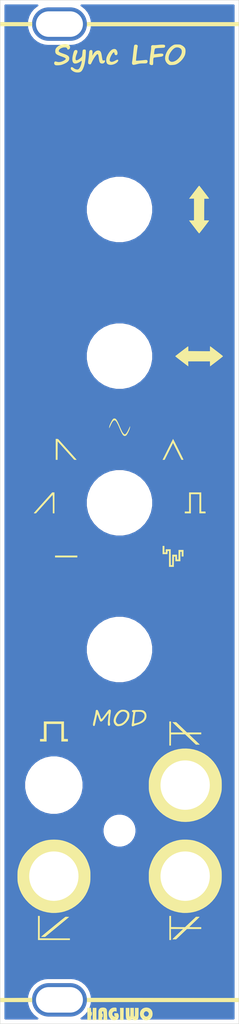
<source format=kicad_pcb>
(kicad_pcb (version 20171130) (host pcbnew "(5.1.10)-1")

  (general
    (thickness 1.6)
    (drawings 4)
    (tracks 0)
    (zones 0)
    (modules 12)
    (nets 1)
  )

  (page A4)
  (layers
    (0 F.Cu signal)
    (31 B.Cu signal)
    (32 B.Adhes user)
    (33 F.Adhes user)
    (34 B.Paste user)
    (35 F.Paste user)
    (36 B.SilkS user)
    (37 F.SilkS user)
    (38 B.Mask user)
    (39 F.Mask user)
    (40 Dwgs.User user)
    (41 Cmts.User user)
    (42 Eco1.User user)
    (43 Eco2.User user)
    (44 Edge.Cuts user)
    (45 Margin user)
    (46 B.CrtYd user)
    (47 F.CrtYd user)
    (48 B.Fab user)
    (49 F.Fab user)
  )

  (setup
    (last_trace_width 0.25)
    (trace_clearance 0.2)
    (zone_clearance 0.508)
    (zone_45_only no)
    (trace_min 0.2)
    (via_size 0.8)
    (via_drill 0.4)
    (via_min_size 0.4)
    (via_min_drill 0.3)
    (uvia_size 0.3)
    (uvia_drill 0.1)
    (uvias_allowed no)
    (uvia_min_size 0.2)
    (uvia_min_drill 0.1)
    (edge_width 0.05)
    (segment_width 0.2)
    (pcb_text_width 0.3)
    (pcb_text_size 1.5 1.5)
    (mod_edge_width 0.12)
    (mod_text_size 1 1)
    (mod_text_width 0.15)
    (pad_size 1.524 1.524)
    (pad_drill 0.762)
    (pad_to_mask_clearance 0)
    (aux_axis_origin 0 0)
    (visible_elements FEFFFF7F)
    (pcbplotparams
      (layerselection 0x010a8_7fffffff)
      (usegerberextensions true)
      (usegerberattributes false)
      (usegerberadvancedattributes true)
      (creategerberjobfile false)
      (excludeedgelayer true)
      (linewidth 0.100000)
      (plotframeref false)
      (viasonmask false)
      (mode 1)
      (useauxorigin false)
      (hpglpennumber 1)
      (hpglpenspeed 20)
      (hpglpendiameter 15.000000)
      (psnegative false)
      (psa4output false)
      (plotreference true)
      (plotvalue true)
      (plotinvisibletext false)
      (padsonsilk false)
      (subtractmaskfromsilk false)
      (outputformat 1)
      (mirror false)
      (drillshape 0)
      (scaleselection 1)
      (outputdirectory "Gerber/"))
  )

  (net 0 "")

  (net_class Default "This is the default net class."
    (clearance 0.2)
    (trace_width 0.25)
    (via_dia 0.8)
    (via_drill 0.4)
    (uvia_dia 0.3)
    (uvia_drill 0.1)
  )

  (module "HAGIWO Sync LFO:Bohrung_3.0mm" locked (layer F.Cu) (tedit 60E3EDE5) (tstamp 61FFF956)
    (at 15 104.255)
    (fp_text reference "" (at 0 0) (layer F.SilkS)
      (effects (font (size 1.27 1.27) (thickness 0.15)))
    )
    (fp_text value "" (at 0 0) (layer F.SilkS)
      (effects (font (size 1.27 1.27) (thickness 0.15)))
    )
    (pad "" np_thru_hole circle (at 0 0) (size 3 3) (drill 3) (layers *.Cu *.Mask))
  )

  (module "HAGIWO Sync LFO:Bohrung_6.2mm" locked (layer F.Cu) (tedit 60E3EDE5) (tstamp 61FFF932)
    (at 23.255 109.97)
    (fp_text reference "" (at 0 0) (layer F.SilkS)
      (effects (font (size 1.27 1.27) (thickness 0.15)))
    )
    (fp_text value "" (at 0 0) (layer F.SilkS)
      (effects (font (size 1.27 1.27) (thickness 0.15)))
    )
    (pad "" np_thru_hole circle (at 0 0) (size 6.2 6.2) (drill 6.2) (layers *.Cu *.Mask))
  )

  (module "HAGIWO Sync LFO:Bohrung_6.2mm" locked (layer F.Cu) (tedit 60E3EDE5) (tstamp 61FFF92A)
    (at 6.745 109.97)
    (fp_text reference "" (at 0 0) (layer F.SilkS)
      (effects (font (size 1.27 1.27) (thickness 0.15)))
    )
    (fp_text value "" (at 0 0) (layer F.SilkS)
      (effects (font (size 1.27 1.27) (thickness 0.15)))
    )
    (pad "" np_thru_hole circle (at 0 0) (size 6.2 6.2) (drill 6.2) (layers *.Cu *.Mask))
  )

  (module "HAGIWO Sync LFO:Bohrung_6.2mm" locked (layer F.Cu) (tedit 60E3EDE5) (tstamp 61FFF922)
    (at 23.255 98.54)
    (fp_text reference "" (at 0 0) (layer F.SilkS)
      (effects (font (size 1.27 1.27) (thickness 0.15)))
    )
    (fp_text value "" (at 0 0) (layer F.SilkS)
      (effects (font (size 1.27 1.27) (thickness 0.15)))
    )
    (pad "" np_thru_hole circle (at 0 0) (size 6.2 6.2) (drill 6.2) (layers *.Cu *.Mask))
  )

  (module "HAGIWO Sync LFO:Bohrung_6.2mm" locked (layer F.Cu) (tedit 60E3EDE5) (tstamp 61FFF91F)
    (at 6.745 98.54)
    (fp_text reference "" (at 0 0) (layer F.SilkS)
      (effects (font (size 1.27 1.27) (thickness 0.15)))
    )
    (fp_text value "" (at 0 0) (layer F.SilkS)
      (effects (font (size 1.27 1.27) (thickness 0.15)))
    )
    (pad "" np_thru_hole circle (at 0 0) (size 6.2 6.2) (drill 6.2) (layers *.Cu *.Mask))
  )

  (module "HAGIWO Sync LFO:Bohrung_7.2mm" locked (layer F.Cu) (tedit 60E3EDE5) (tstamp 61FFF8FB)
    (at 15 81.515)
    (fp_text reference "" (at 0 0) (layer F.SilkS)
      (effects (font (size 1.27 1.27) (thickness 0.15)))
    )
    (fp_text value "" (at 0 0) (layer F.SilkS)
      (effects (font (size 1.27 1.27) (thickness 0.15)))
    )
    (pad "" np_thru_hole circle (at 0 0) (size 7.2 7.2) (drill 7.2) (layers *.Cu *.Mask))
  )

  (module "HAGIWO Sync LFO:Bohrung_7.2mm" locked (layer F.Cu) (tedit 60E3EDE5) (tstamp 61FFF8F3)
    (at 15 63.1)
    (fp_text reference "" (at 0 0) (layer F.SilkS)
      (effects (font (size 1.27 1.27) (thickness 0.15)))
    )
    (fp_text value "" (at 0 0) (layer F.SilkS)
      (effects (font (size 1.27 1.27) (thickness 0.15)))
    )
    (pad "" np_thru_hole circle (at 0 0) (size 7.2 7.2) (drill 7.2) (layers *.Cu *.Mask))
  )

  (module "HAGIWO Sync LFO:Bohrung_7.2mm" locked (layer F.Cu) (tedit 60E3EDE5) (tstamp 61FFF8EB)
    (at 15 44.685)
    (fp_text reference "" (at 0 0) (layer F.SilkS)
      (effects (font (size 1.27 1.27) (thickness 0.15)))
    )
    (fp_text value "" (at 0 0) (layer F.SilkS)
      (effects (font (size 1.27 1.27) (thickness 0.15)))
    )
    (pad "" np_thru_hole circle (at 0 0) (size 7.2 7.2) (drill 7.2) (layers *.Cu *.Mask))
  )

  (module "HAGIWO Sync LFO:Bohrung_7.2mm" locked (layer F.Cu) (tedit 60E3EDE5) (tstamp 61FFF8E9)
    (at 15 26.27)
    (fp_text reference "" (at 0 0) (layer F.SilkS)
      (effects (font (size 1.27 1.27) (thickness 0.15)))
    )
    (fp_text value "" (at 0 0) (layer F.SilkS)
      (effects (font (size 1.27 1.27) (thickness 0.15)))
    )
    (pad "" np_thru_hole circle (at 0 0) (size 7.2 7.2) (drill 7.2) (layers *.Cu *.Mask))
  )

  (module "HAGIWO Sync LFO:Bohrung_3.2x5.9mm" locked (layer F.Cu) (tedit 61F6DA33) (tstamp 61FFF88A)
    (at 7.45 125.5)
    (fp_text reference Ref** (at 0 0) (layer F.SilkS)
      (effects (font (size 1.27 1.27) (thickness 0.15)))
    )
    (fp_text value Val** (at 0 0) (layer F.SilkS)
      (effects (font (size 1.27 1.27) (thickness 0.15)))
    )
    (pad "" np_thru_hole oval (at 0 0) (size 6.9 4.2) (drill oval 5.9 3.2) (layers *.Cu *.Mask))
  )

  (module "HAGIWO Sync LFO:Bohrung_3.2x5.9mm" locked (layer F.Cu) (tedit 61F6DA33) (tstamp 61FFF884)
    (at 7.45 3)
    (fp_text reference Ref** (at 0 0) (layer F.SilkS)
      (effects (font (size 1.27 1.27) (thickness 0.15)))
    )
    (fp_text value Val** (at 0 0) (layer F.SilkS)
      (effects (font (size 1.27 1.27) (thickness 0.15)))
    )
    (pad "" np_thru_hole oval (at 0 0) (size 6.9 4.2) (drill oval 5.9 3.2) (layers *.Cu *.Mask))
  )

  (module "HAGIWO Sync LFO:Front" locked (layer F.Cu) (tedit 0) (tstamp 61FFF77B)
    (at 15 64.25)
    (fp_text reference G*** (at 0 0) (layer F.SilkS) hide
      (effects (font (size 1.524 1.524) (thickness 0.3)))
    )
    (fp_text value LOGO (at 0.75 0) (layer F.SilkS) hide
      (effects (font (size 1.524 1.524) (thickness 0.3)))
    )
    (fp_poly (pts (xy -0.533395 62.223633) (xy -0.447229 62.23467) (xy -0.397487 62.265334) (xy -0.374172 62.324501)
      (xy -0.367291 62.421048) (xy -0.366889 62.488962) (xy -0.366889 62.715897) (xy -0.443974 62.69655)
      (xy -0.505378 62.681711) (xy -0.547042 62.67624) (xy -0.60108 62.676987) (xy -0.630767 62.678214)
      (xy -0.71584 62.706223) (xy -0.807156 62.777511) (xy -0.866016 62.844019) (xy -0.894381 62.906092)
      (xy -0.902857 62.990483) (xy -0.903112 63.019571) (xy -0.89759 63.116264) (xy -0.875074 63.182106)
      (xy -0.82664 63.24211) (xy -0.822061 63.246726) (xy -0.72852 63.31766) (xy -0.631828 63.353577)
      (xy -0.550397 63.348707) (xy -0.510854 63.318667) (xy -0.520308 63.288951) (xy -0.573186 63.274303)
      (xy -0.578556 63.274223) (xy -0.617056 63.270831) (xy -0.638176 63.251993) (xy -0.647114 63.204713)
      (xy -0.649066 63.115992) (xy -0.649077 63.097834) (xy -0.649042 62.921445) (xy -0.430355 62.923022)
      (xy -0.211667 62.924599) (xy -0.146337 63.050022) (xy -0.094727 63.203317) (xy -0.091017 63.360621)
      (xy -0.131732 63.509913) (xy -0.213398 63.639174) (xy -0.33254 63.736383) (xy -0.346957 63.744176)
      (xy -0.441447 63.775149) (xy -0.568744 63.79423) (xy -0.706208 63.8001) (xy -0.831198 63.791438)
      (xy -0.898242 63.776329) (xy -1.021995 63.711265) (xy -1.144477 63.607163) (xy -1.250418 63.479667)
      (xy -1.324546 63.344418) (xy -1.3276 63.336529) (xy -1.37115 63.163947) (xy -1.382544 62.976704)
      (xy -1.362738 62.793769) (xy -1.312688 62.634111) (xy -1.289958 62.590209) (xy -1.166444 62.424698)
      (xy -1.018132 62.309512) (xy -0.842156 62.242966) (xy -0.665978 62.223346) (xy -0.533395 62.223633)) (layer F.SilkS) (width 0.01))
    (fp_poly (pts (xy 1.242209 62.773278) (xy 1.243655 62.979746) (xy 1.2481 63.135143) (xy 1.256299 63.244801)
      (xy 1.269006 63.31405) (xy 1.286973 63.348218) (xy 1.310956 63.352637) (xy 1.323289 63.346728)
      (xy 1.336033 63.312013) (xy 1.345423 63.22494) (xy 1.351524 63.084336) (xy 1.354402 62.889028)
      (xy 1.354666 62.792779) (xy 1.354666 62.258223) (xy 1.806222 62.258223) (xy 1.806222 62.776878)
      (xy 1.807232 62.973105) (xy 1.810551 63.119281) (xy 1.816611 63.221769) (xy 1.825845 63.286932)
      (xy 1.838685 63.321132) (xy 1.843582 63.32654) (xy 1.877274 63.346348) (xy 1.90307 63.339355)
      (xy 1.921933 63.300445) (xy 1.934823 63.224502) (xy 1.942704 63.106413) (xy 1.946536 62.94106)
      (xy 1.947333 62.774689) (xy 1.947333 62.258223) (xy 2.398888 62.258223) (xy 2.398888 62.851796)
      (xy 2.397877 63.069851) (xy 2.394568 63.238503) (xy 2.38855 63.364763) (xy 2.379409 63.45564)
      (xy 2.366734 63.518145) (xy 2.358272 63.542577) (xy 2.281061 63.675136) (xy 2.176794 63.760876)
      (xy 2.039402 63.803669) (xy 1.93844 63.810339) (xy 1.834924 63.795087) (xy 1.73372 63.755775)
      (xy 1.653999 63.701808) (xy 1.61808 63.653159) (xy 1.600236 63.63317) (xy 1.566958 63.64716)
      (xy 1.507777 63.699603) (xy 1.506453 63.700886) (xy 1.440035 63.756639) (xy 1.372719 63.786628)
      (xy 1.279939 63.800578) (xy 1.249147 63.802745) (xy 1.131091 63.801887) (xy 1.040357 63.785428)
      (xy 1.01872 63.776346) (xy 0.918882 63.692835) (xy 0.844856 63.569503) (xy 0.817244 63.483705)
      (xy 0.80919 63.421119) (xy 0.8021 63.312996) (xy 0.796403 63.170238) (xy 0.792529 63.00375)
      (xy 0.790909 62.824436) (xy 0.790895 62.815611) (xy 0.790222 62.258223) (xy 1.241777 62.258223)
      (xy 1.242209 62.773278)) (layer F.SilkS) (width 0.01))
    (fp_poly (pts (xy 3.600954 62.247962) (xy 3.738508 62.298862) (xy 3.911163 62.410874) (xy 4.038051 62.555715)
      (xy 4.119341 62.73368) (xy 4.155206 62.945064) (xy 4.157115 63.020223) (xy 4.137835 63.22323)
      (xy 4.079304 63.392652) (xy 3.976727 63.539612) (xy 3.901277 63.613595) (xy 3.749252 63.714074)
      (xy 3.568445 63.781106) (xy 3.376845 63.810702) (xy 3.192438 63.798874) (xy 3.132483 63.784076)
      (xy 2.960244 63.705234) (xy 2.807897 63.585068) (xy 2.687607 63.435562) (xy 2.612444 63.27178)
      (xy 2.573194 63.054112) (xy 2.578545 62.961072) (xy 3.056502 62.961072) (xy 3.057325 63.078284)
      (xy 3.100918 63.190394) (xy 3.137408 63.23775) (xy 3.243851 63.3241) (xy 3.353021 63.354623)
      (xy 3.468587 63.329929) (xy 3.52242 63.301721) (xy 3.612318 63.218066) (xy 3.671036 63.105632)
      (xy 3.689001 62.985112) (xy 3.684991 62.950356) (xy 3.641833 62.848849) (xy 3.562167 62.759136)
      (xy 3.463149 62.696598) (xy 3.37949 62.676384) (xy 3.259943 62.696416) (xy 3.162881 62.758381)
      (xy 3.093378 62.850519) (xy 3.056502 62.961072) (xy 2.578545 62.961072) (xy 2.585068 62.847691)
      (xy 2.645473 62.658922) (xy 2.751819 62.494211) (xy 2.901512 62.359963) (xy 3.006033 62.29914)
      (xy 3.195005 62.236195) (xy 3.399154 62.219133) (xy 3.600954 62.247962)) (layer F.SilkS) (width 0.01))
    (fp_poly (pts (xy -3.578226 62.519278) (xy -3.573302 62.642627) (xy -3.566096 62.720425) (xy -3.553996 62.763565)
      (xy -3.534388 62.78294) (xy -3.513667 62.788359) (xy -3.484818 62.797401) (xy -3.468878 62.822434)
      (xy -3.463153 62.875764) (xy -3.464953 62.969695) (xy -3.466412 63.004348) (xy -3.473305 63.113903)
      (xy -3.48434 63.179351) (xy -3.503043 63.213027) (xy -3.529912 63.226513) (xy -3.555222 63.238447)
      (xy -3.571222 63.265501) (xy -3.579994 63.318605) (xy -3.583623 63.408692) (xy -3.584223 63.511469)
      (xy -3.584223 63.782223) (xy -4.035778 63.782223) (xy -4.035778 62.258223) (xy -3.586341 62.258223)
      (xy -3.578226 62.519278)) (layer F.SilkS) (width 0.01))
    (fp_poly (pts (xy -2.906889 63.782223) (xy -3.35647 63.782223) (xy -3.364513 63.492945) (xy -3.366817 63.359849)
      (xy -3.367728 63.188848) (xy -3.367254 62.998462) (xy -3.365403 62.807213) (xy -3.364214 62.730945)
      (xy -3.355871 62.258223) (xy -2.906889 62.258223) (xy -2.906889 63.782223)) (layer F.SilkS) (width 0.01))
    (fp_poly (pts (xy -1.894757 62.237212) (xy -1.770524 62.277542) (xy -1.741835 62.293919) (xy -1.68945 62.334014)
      (xy -1.648428 62.382336) (xy -1.617249 62.446074) (xy -1.594395 62.532419) (xy -1.578347 62.648561)
      (xy -1.567587 62.801691) (xy -1.560594 62.998997) (xy -1.557109 63.168389) (xy -1.546695 63.782223)
      (xy -2.003778 63.782223) (xy -2.003778 63.286478) (xy -2.00515 63.083407) (xy -2.010065 62.930177)
      (xy -2.019725 62.820235) (xy -2.035331 62.747028) (xy -2.058084 62.704001) (xy -2.089185 62.684601)
      (xy -2.114641 62.681556) (xy -2.162987 62.698503) (xy -2.190744 62.754213) (xy -2.201078 62.855989)
      (xy -2.201334 62.88142) (xy -2.196387 62.95435) (xy -2.176493 62.986168) (xy -2.144889 62.992)
      (xy -2.11603 62.997) (xy -2.099097 63.019796) (xy -2.090971 63.072085) (xy -2.088533 63.165566)
      (xy -2.088445 63.203667) (xy -2.089778 63.311889) (xy -2.095857 63.375388) (xy -2.109801 63.40586)
      (xy -2.134729 63.415002) (xy -2.144889 63.415334) (xy -2.175436 63.421051) (xy -2.192467 63.446518)
      (xy -2.199819 63.504207) (xy -2.201334 63.598778) (xy -2.201334 63.782223) (xy -2.652889 63.782223)
      (xy -2.652889 63.195536) (xy -2.652556 62.997439) (xy -2.651033 62.846996) (xy -2.647535 62.735416)
      (xy -2.641277 62.653909) (xy -2.631474 62.593687) (xy -2.61734 62.545959) (xy -2.598092 62.501935)
      (xy -2.589389 62.484577) (xy -2.536457 62.398919) (xy -2.477357 62.328461) (xy -2.455334 62.309531)
      (xy -2.344514 62.257256) (xy -2.201187 62.227494) (xy -2.04479 62.220671) (xy -1.894757 62.237212)) (layer F.SilkS) (width 0.01))
    (fp_poly (pts (xy 0.514169 63.020204) (xy 0.506228 63.782223) (xy 0.295447 63.782223) (xy 0.194354 63.779618)
      (xy 0.119474 63.772731) (xy 0.084705 63.762952) (xy 0.083781 63.761056) (xy 0.083317 63.728225)
      (xy 0.082467 63.64661) (xy 0.0813 63.523868) (xy 0.079888 63.367658) (xy 0.078302 63.185636)
      (xy 0.076725 62.999065) (xy 0.070555 62.258241) (xy 0.522111 62.258185) (xy 0.514169 63.020204)) (layer F.SilkS) (width 0.01))
    (fp_poly (pts (xy -10.978441 61.263389) (xy -10.978445 61.524445) (xy -14.986 61.524445) (xy -14.986 61.017189)
      (xy -12.982219 61.009762) (xy -10.978438 61.002334) (xy -10.978441 61.263389)) (layer F.SilkS) (width 0.01))
    (fp_poly (pts (xy 5.460999 61.009471) (xy 15.014222 61.016609) (xy 15.014222 61.524445) (xy -4.092223 61.524445)
      (xy -4.092223 61.002334) (xy 5.460999 61.009471)) (layer F.SilkS) (width 0.01))
    (fp_poly (pts (xy -10.033 53.523445) (xy -6.237112 53.537953) (xy -6.237112 53.735111) (xy -10.244667 53.735111)
      (xy -10.244667 50.715334) (xy -10.138834 50.715327) (xy -10.033 50.715319) (xy -10.033 53.523445)) (layer F.SilkS) (width 0.01))
    (fp_poly (pts (xy 6.477 52.112334) (xy 7.36023 52.118359) (xy 8.243461 52.124384) (xy 8.785452 51.612345)
      (xy 8.939527 51.46671) (xy 9.088047 51.326187) (xy 9.223607 51.197793) (xy 9.3388 51.088546)
      (xy 9.426221 51.005464) (xy 9.470884 50.96284) (xy 9.614325 50.825375) (xy 9.831354 50.822731)
      (xy 9.936399 50.823245) (xy 10.017705 50.827001) (xy 10.060405 50.833233) (xy 10.062992 50.834697)
      (xy 10.046855 50.856868) (xy 9.99425 50.912864) (xy 9.909947 50.997971) (xy 9.798716 51.10747)
      (xy 9.665325 51.236644) (xy 9.514544 51.380778) (xy 9.427356 51.46337) (xy 9.268377 51.614249)
      (xy 9.123466 51.75321) (xy 8.997534 51.875432) (xy 8.895491 51.976091) (xy 8.822248 52.050366)
      (xy 8.782716 52.093433) (xy 8.777111 52.10194) (xy 8.804109 52.108454) (xy 8.88021 52.114317)
      (xy 8.998076 52.119288) (xy 9.150366 52.123127) (xy 9.32974 52.125592) (xy 9.525 52.126445)
      (xy 10.272888 52.126445) (xy 10.272888 52.352223) (xy 9.376833 52.353153) (xy 8.480777 52.354084)
      (xy 7.796877 53.002264) (xy 7.112976 53.650445) (xy 6.88511 53.650445) (xy 6.773371 53.649585)
      (xy 6.7087 53.645369) (xy 6.681726 53.635336) (xy 6.683082 53.617029) (xy 6.694121 53.600333)
      (xy 6.723963 53.568112) (xy 6.789187 53.502959) (xy 6.883968 53.410513) (xy 7.002482 53.296416)
      (xy 7.138905 53.16631) (xy 7.281333 53.031566) (xy 7.432409 52.889146) (xy 7.574084 52.755516)
      (xy 7.699904 52.636767) (xy 7.803418 52.538991) (xy 7.878175 52.468278) (xy 7.91579 52.432567)
      (xy 7.999914 52.352223) (xy 6.460084 52.352223) (xy 6.477 53.735163) (xy 6.371166 53.735137)
      (xy 6.265333 53.735111) (xy 6.265333 50.715334) (xy 6.371166 50.715322) (xy 6.477 50.71531)
      (xy 6.477 52.112334)) (layer F.SilkS) (width 0.01))
    (fp_poly (pts (xy -6.639388 50.823107) (xy -6.53433 50.828223) (xy -6.337659 50.842334) (xy -6.506108 50.987474)
      (xy -6.558119 51.031483) (xy -6.649331 51.107751) (xy -6.77537 51.212655) (xy -6.931867 51.342573)
      (xy -7.114449 51.493882) (xy -7.318744 51.662959) (xy -7.540383 51.846181) (xy -7.774992 52.039926)
      (xy -8.013031 52.236307) (xy -9.351505 53.34) (xy -9.600531 53.34) (xy -9.711188 53.338885)
      (xy -9.796584 53.335901) (xy -9.843999 53.331592) (xy -9.849556 53.329358) (xy -9.828299 53.306919)
      (xy -9.767394 53.252579) (xy -9.671144 53.169855) (xy -9.543848 53.062265) (xy -9.389809 52.933327)
      (xy -9.213327 52.786559) (xy -9.018703 52.625479) (xy -8.810238 52.453604) (xy -8.592234 52.274452)
      (xy -8.368991 52.091542) (xy -8.144811 51.90839) (xy -7.923995 51.728515) (xy -7.710843 51.555435)
      (xy -7.509658 51.392667) (xy -7.324739 51.243729) (xy -7.160388 51.112139) (xy -7.020907 51.001415)
      (xy -6.910595 50.915075) (xy -6.833755 50.856636) (xy -6.794688 50.829616) (xy -6.791525 50.828223)
      (xy -6.733215 50.82302) (xy -6.639388 50.823107)) (layer F.SilkS) (width 0.01))
    (fp_poly (pts (xy -7.855044 41.148099) (xy -7.503528 41.183817) (xy -7.168364 41.247419) (xy -6.831578 41.342236)
      (xy -6.510647 41.457632) (xy -6.087508 41.652095) (xy -5.679891 41.896431) (xy -5.294915 42.184694)
      (xy -4.939697 42.510943) (xy -4.621356 42.869235) (xy -4.347009 43.253625) (xy -4.333063 43.275846)
      (xy -4.116134 43.669903) (xy -3.931935 44.100021) (xy -3.785725 44.552948) (xy -3.721261 44.816889)
      (xy -3.699343 44.925327) (xy -3.682993 45.026595) (xy -3.671432 45.131919) (xy -3.663875 45.252521)
      (xy -3.659542 45.399629) (xy -3.65765 45.584465) (xy -3.657359 45.734111) (xy -3.659792 46.0042)
      (xy -3.668408 46.231679) (xy -3.685183 46.430227) (xy -3.71209 46.613521) (xy -3.751105 46.79524)
      (xy -3.804201 46.98906) (xy -3.867799 47.191699) (xy -4.047321 47.652184) (xy -4.274907 48.087283)
      (xy -4.546894 48.493707) (xy -4.859617 48.868171) (xy -5.209414 49.207388) (xy -5.59262 49.508069)
      (xy -6.005574 49.766928) (xy -6.444611 49.980679) (xy -6.906068 50.146033) (xy -7.259927 50.235327)
      (xy -7.614162 50.295322) (xy -7.974894 50.330874) (xy -8.322122 50.340538) (xy -8.565445 50.329616)
      (xy -9.088866 50.260077) (xy -9.587538 50.140343) (xy -10.060541 49.97082) (xy -10.506953 49.751913)
      (xy -10.925851 49.484028) (xy -11.316314 49.167568) (xy -11.411955 49.078445) (xy -11.764915 48.704871)
      (xy -12.067343 48.308118) (xy -12.32082 47.88534) (xy -12.526927 47.433689) (xy -12.687246 46.950318)
      (xy -12.760517 46.651334) (xy -12.782436 46.542896) (xy -12.798785 46.441628) (xy -12.810347 46.336304)
      (xy -12.817904 46.215701) (xy -12.822237 46.068594) (xy -12.823687 45.926919) (xy -11.323906 45.926919)
      (xy -11.269983 46.329756) (xy -11.231423 46.496111) (xy -11.101924 46.882909) (xy -10.923791 47.245669)
      (xy -10.701051 47.58067) (xy -10.437731 47.884189) (xy -10.137859 48.152506) (xy -9.805462 48.381899)
      (xy -9.444567 48.568646) (xy -9.059201 48.709025) (xy -8.758618 48.781249) (xy -8.541665 48.808337)
      (xy -8.291396 48.816862) (xy -8.027513 48.807633) (xy -7.769717 48.781457) (xy -7.53771 48.739142)
      (xy -7.499284 48.729633) (xy -7.106093 48.598668) (xy -6.734148 48.416688) (xy -6.388819 48.186844)
      (xy -6.075475 47.912286) (xy -6.03375 47.869716) (xy -5.789513 47.590022) (xy -5.59197 47.304848)
      (xy -5.431936 47.000753) (xy -5.416692 46.966624) (xy -5.274765 46.576102) (xy -5.187199 46.177445)
      (xy -5.153678 45.775313) (xy -5.173884 45.374363) (xy -5.247498 44.979255) (xy -5.374204 44.594646)
      (xy -5.553684 44.225196) (xy -5.60999 44.130521) (xy -5.849413 43.793675) (xy -6.122107 43.498724)
      (xy -6.423539 43.246372) (xy -6.749173 43.037321) (xy -7.094476 42.872276) (xy -7.454912 42.751941)
      (xy -7.825947 42.677018) (xy -8.203047 42.648212) (xy -8.581677 42.666227) (xy -8.957304 42.731765)
      (xy -9.325391 42.84553) (xy -9.681405 43.008227) (xy -10.020812 43.220558) (xy -10.25776 43.409301)
      (xy -10.555039 43.70583) (xy -10.806304 44.030723) (xy -11.010168 44.379589) (xy -11.165245 44.748034)
      (xy -11.270151 45.131666) (xy -11.3235 45.526092) (xy -11.323906 45.926919) (xy -12.823687 45.926919)
      (xy -12.824129 45.883758) (xy -12.82442 45.734111) (xy -12.823721 45.517904) (xy -12.821101 45.346904)
      (xy -12.815779 45.209888) (xy -12.806973 45.095631) (xy -12.793901 44.992909) (xy -12.77578 44.890496)
      (xy -12.760517 44.816889) (xy -12.638376 44.356876) (xy -12.47524 43.912103) (xy -12.276368 43.495819)
      (xy -12.148716 43.275846) (xy -11.878693 42.892551) (xy -11.564119 42.534152) (xy -11.212313 42.20676)
      (xy -10.830595 41.916487) (xy -10.426283 41.669444) (xy -10.006698 41.471744) (xy -9.971131 41.457632)
      (xy -9.617402 41.331718) (xy -9.281549 41.240033) (xy -8.945598 41.179244) (xy -8.591574 41.14602)
      (xy -8.240889 41.136933) (xy -7.855044 41.148099)) (layer F.SilkS) (width 0.01))
    (fp_poly (pts (xy 8.532871 41.141406) (xy 8.865719 41.1681) (xy 9.177061 41.211944) (xy 9.424802 41.265399)
      (xy 9.911489 41.421502) (xy 10.372283 41.62616) (xy 10.804153 41.876875) (xy 11.20407 42.171144)
      (xy 11.569004 42.506467) (xy 11.895925 42.880344) (xy 12.181802 43.290274) (xy 12.423606 43.733756)
      (xy 12.428679 43.744445) (xy 12.619362 44.210646) (xy 12.763527 44.705619) (xy 12.788739 44.816889)
      (xy 12.810657 44.925327) (xy 12.827007 45.026595) (xy 12.838568 45.131919) (xy 12.846125 45.252521)
      (xy 12.850458 45.399629) (xy 12.85235 45.584465) (xy 12.852641 45.734111) (xy 12.850208 46.0042)
      (xy 12.841592 46.231679) (xy 12.824817 46.430227) (xy 12.79791 46.613521) (xy 12.758895 46.79524)
      (xy 12.705799 46.98906) (xy 12.642201 47.191699) (xy 12.462679 47.652184) (xy 12.235093 48.087283)
      (xy 11.963106 48.493707) (xy 11.650383 48.868171) (xy 11.300586 49.207388) (xy 10.91738 49.508069)
      (xy 10.504426 49.766928) (xy 10.065389 49.980679) (xy 9.603932 50.146033) (xy 9.250073 50.235327)
      (xy 8.895838 50.295322) (xy 8.535106 50.330874) (xy 8.187878 50.340538) (xy 7.944555 50.329616)
      (xy 7.421134 50.260077) (xy 6.922462 50.140343) (xy 6.449459 49.97082) (xy 6.003047 49.751913)
      (xy 5.584149 49.484028) (xy 5.193686 49.167568) (xy 5.098045 49.078445) (xy 4.745085 48.704871)
      (xy 4.442657 48.308118) (xy 4.18918 47.88534) (xy 3.983073 47.433689) (xy 3.822754 46.950318)
      (xy 3.749483 46.651334) (xy 3.727564 46.542896) (xy 3.711215 46.441628) (xy 3.699653 46.336304)
      (xy 3.692096 46.215701) (xy 3.687763 46.068594) (xy 3.685871 45.883758) (xy 3.685702 45.796617)
      (xy 5.180116 45.796617) (xy 5.217104 46.204144) (xy 5.278577 46.496111) (xy 5.408076 46.882909)
      (xy 5.586209 47.245669) (xy 5.808949 47.58067) (xy 6.072269 47.884189) (xy 6.372141 48.152506)
      (xy 6.704538 48.381899) (xy 7.065433 48.568646) (xy 7.450799 48.709025) (xy 7.751382 48.781249)
      (xy 7.968335 48.808337) (xy 8.218604 48.816862) (xy 8.482487 48.807633) (xy 8.740283 48.781457)
      (xy 8.97229 48.739142) (xy 9.010716 48.729633) (xy 9.297898 48.637233) (xy 9.594356 48.509964)
      (xy 9.876369 48.358755) (xy 10.03066 48.259782) (xy 10.196832 48.130676) (xy 10.376018 47.967401)
      (xy 10.553596 47.785002) (xy 10.714943 47.598525) (xy 10.845434 47.423014) (xy 10.84865 47.41818)
      (xy 11.049505 47.065339) (xy 11.200866 46.69079) (xy 11.301672 46.300857) (xy 11.350862 45.901865)
      (xy 11.347375 45.500138) (xy 11.290147 45.102002) (xy 11.259191 44.972111) (xy 11.129225 44.583617)
      (xy 10.95254 44.221101) (xy 10.733293 43.887803) (xy 10.475641 43.586964) (xy 10.18374 43.321827)
      (xy 9.861749 43.09563) (xy 9.513823 42.911617) (xy 9.14412 42.773026) (xy 8.756797 42.683101)
      (xy 8.35601 42.645081) (xy 8.273049 42.643991) (xy 7.867714 42.671661) (xy 7.475156 42.751836)
      (xy 7.099586 42.881232) (xy 6.745221 43.056562) (xy 6.416274 43.274542) (xy 6.116958 43.531884)
      (xy 5.851489 43.825305) (xy 5.624081 44.151518) (xy 5.438947 44.507237) (xy 5.300301 44.889178)
      (xy 5.275206 44.981271) (xy 5.199482 45.388473) (xy 5.180116 45.796617) (xy 3.685702 45.796617)
      (xy 3.68558 45.734111) (xy 3.686279 45.517904) (xy 3.688899 45.346904) (xy 3.694221 45.209888)
      (xy 3.703027 45.095631) (xy 3.716099 44.992909) (xy 3.73422 44.890496) (xy 3.749483 44.816889)
      (xy 3.886444 44.307666) (xy 4.071062 43.827875) (xy 4.302656 43.378617) (xy 4.580546 42.960994)
      (xy 4.904051 42.576106) (xy 5.27249 42.225055) (xy 5.432777 42.093978) (xy 5.845868 41.805989)
      (xy 6.28671 41.565853) (xy 6.750425 41.375665) (xy 7.232135 41.237519) (xy 7.577666 41.172869)
      (xy 7.871606 41.142927) (xy 8.195753 41.132728) (xy 8.532871 41.141406)) (layer F.SilkS) (width 0.01))
    (fp_poly (pts (xy 8.856897 29.735957) (xy 9.335452 29.821889) (xy 9.803119 29.956929) (xy 10.255103 30.140709)
      (xy 10.686609 30.372859) (xy 11.092841 30.653012) (xy 11.105444 30.662823) (xy 11.484909 30.994751)
      (xy 11.82375 31.364682) (xy 12.120085 31.76957) (xy 12.372031 32.206368) (xy 12.577706 32.67203)
      (xy 12.735227 33.16351) (xy 12.788739 33.386889) (xy 12.810657 33.495327) (xy 12.827007 33.596595)
      (xy 12.838568 33.701919) (xy 12.846125 33.822521) (xy 12.850458 33.969629) (xy 12.85235 34.154465)
      (xy 12.852641 34.304111) (xy 12.851918 34.521094) (xy 12.84924 34.692741) (xy 12.843846 34.830149)
      (xy 12.834976 34.944413) (xy 12.821868 35.04663) (xy 12.803762 35.147896) (xy 12.79039 35.211861)
      (xy 12.656931 35.713862) (xy 12.481278 36.180061) (xy 12.261154 36.614562) (xy 11.994282 37.02147)
      (xy 11.678386 37.404891) (xy 11.437034 37.651781) (xy 11.062612 37.972432) (xy 10.655886 38.248992)
      (xy 10.221798 38.479779) (xy 9.765291 38.663114) (xy 9.291306 38.797317) (xy 8.804785 38.880706)
      (xy 8.310671 38.911602) (xy 7.813905 38.888324) (xy 7.803444 38.887239) (xy 7.297544 38.80699)
      (xy 6.810109 38.675193) (xy 6.344592 38.493424) (xy 5.904441 38.263261) (xy 5.493108 37.986282)
      (xy 5.114041 37.664064) (xy 5.101187 37.651781) (xy 4.747472 37.277445) (xy 4.444751 36.881056)
      (xy 4.191239 36.459405) (xy 3.98515 36.009281) (xy 3.8247 35.527475) (xy 3.749483 35.221334)
      (xy 3.727564 35.112896) (xy 3.711215 35.011628) (xy 3.699653 34.906304) (xy 3.692096 34.785701)
      (xy 3.687763 34.638594) (xy 3.686285 34.494131) (xy 5.185818 34.494131) (xy 5.239369 34.896041)
      (xy 5.278852 35.066111) (xy 5.408082 35.454534) (xy 5.585503 35.815829) (xy 5.81306 36.153445)
      (xy 6.043306 36.420143) (xy 6.358137 36.710683) (xy 6.699372 36.951356) (xy 7.06679 37.142043)
      (xy 7.460174 37.282624) (xy 7.751382 37.351249) (xy 7.968335 37.378337) (xy 8.218604 37.386862)
      (xy 8.482487 37.377633) (xy 8.740283 37.351457) (xy 8.97229 37.309142) (xy 9.010716 37.299633)
      (xy 9.403907 37.168668) (xy 9.775852 36.986688) (xy 10.121181 36.756844) (xy 10.434525 36.482286)
      (xy 10.47625 36.439716) (xy 10.720406 36.160129) (xy 10.917831 35.875154) (xy 11.07767 35.571405)
      (xy 11.093196 35.536624) (xy 11.235009 35.146451) (xy 11.322342 34.750237) (xy 11.356193 34.352351)
      (xy 11.337557 33.957164) (xy 11.26743 33.569043) (xy 11.14681 33.192359) (xy 10.976693 32.831482)
      (xy 10.758076 32.49078) (xy 10.491955 32.174622) (xy 10.280295 31.972316) (xy 9.955344 31.723902)
      (xy 9.607917 31.52482) (xy 9.24295 31.375062) (xy 8.865381 31.274619) (xy 8.480145 31.223483)
      (xy 8.092179 31.221645) (xy 7.706421 31.269096) (xy 7.327806 31.365828) (xy 6.961271 31.511832)
      (xy 6.611752 31.7071) (xy 6.284187 31.951623) (xy 6.25224 31.979301) (xy 5.95526 32.275535)
      (xy 5.704161 32.600169) (xy 5.500341 32.948769) (xy 5.345198 33.316899) (xy 5.240131 33.700126)
      (xy 5.186539 34.094015) (xy 5.185818 34.494131) (xy 3.686285 34.494131) (xy 3.685871 34.453758)
      (xy 3.68558 34.304111) (xy 3.686279 34.087904) (xy 3.688899 33.916904) (xy 3.694221 33.779888)
      (xy 3.703027 33.665631) (xy 3.716099 33.562909) (xy 3.73422 33.460496) (xy 3.749483 33.386889)
      (xy 3.885553 32.883662) (xy 4.070223 32.406483) (xy 4.301605 31.957935) (xy 4.57781 31.540603)
      (xy 4.89695 31.157071) (xy 5.257136 30.809924) (xy 5.65648 30.501744) (xy 6.025444 30.272281)
      (xy 6.46863 30.055822) (xy 6.929699 29.890684) (xy 7.403855 29.776497) (xy 7.886304 29.712892)
      (xy 8.372249 29.699502) (xy 8.856897 29.735957)) (layer F.SilkS) (width 0.01))
    (fp_poly (pts (xy 6.460084 27.686) (xy 8.001 27.685666) (xy 7.62 27.327197) (xy 7.470218 27.185574)
      (xy 7.30791 27.030936) (xy 7.148273 26.877835) (xy 7.0065 26.740821) (xy 6.942666 26.678593)
      (xy 6.646333 26.388456) (xy 7.126111 26.3906) (xy 8.480777 27.683582) (xy 9.376833 27.684791)
      (xy 10.272888 27.686) (xy 10.272888 27.911778) (xy 9.525 27.911778) (xy 9.326182 27.912638)
      (xy 9.147246 27.915062) (xy 8.995533 27.918816) (xy 8.878381 27.923666) (xy 8.80313 27.92938)
      (xy 8.777111 27.935599) (xy 8.79688 27.960354) (xy 8.852731 28.018522) (xy 8.939479 28.105006)
      (xy 9.051939 28.21471) (xy 9.184924 28.342537) (xy 9.333249 28.483391) (xy 9.362722 28.51119)
      (xy 9.517447 28.657287) (xy 9.661721 28.794106) (xy 9.789543 28.915912) (xy 9.894913 29.016968)
      (xy 9.971833 29.091538) (xy 10.014303 29.133887) (xy 10.016752 29.13648) (xy 10.085172 29.21)
      (xy 9.609666 29.20852) (xy 8.243378 27.91097) (xy 7.360189 27.91843) (xy 6.477 27.925889)
      (xy 6.461902 29.322889) (xy 6.265333 29.322889) (xy 6.265333 26.303111) (xy 6.371166 26.303086)
      (xy 6.477 26.30306) (xy 6.460084 27.686)) (layer F.SilkS) (width 0.01))
    (fp_poly (pts (xy -6.985 28.490334) (xy -6.491112 28.506642) (xy -6.491112 28.814889) (xy -7.309556 28.814889)
      (xy -7.309556 26.613556) (xy -9.172223 26.613556) (xy -9.172223 28.814889) (xy -9.990667 28.814889)
      (xy -9.990667 28.504445) (xy -9.510889 28.504445) (xy -9.510889 26.303111) (xy -8.247945 26.303106)
      (xy -6.985 26.303101) (xy -6.985 28.490334)) (layer F.SilkS) (width 0.01))
    (fp_poly (pts (xy 2.649854 24.865125) (xy 2.784198 24.8748) (xy 2.889621 24.891863) (xy 2.975281 24.917955)
      (xy 3.050334 24.954718) (xy 3.123936 25.003793) (xy 3.14653 25.020725) (xy 3.260794 25.14166)
      (xy 3.34013 25.296671) (xy 3.383357 25.474591) (xy 3.389296 25.664251) (xy 3.356768 25.854485)
      (xy 3.284591 26.034125) (xy 3.258333 26.079077) (xy 3.123027 26.245571) (xy 2.937901 26.397606)
      (xy 2.708483 26.531777) (xy 2.440303 26.644681) (xy 2.236202 26.708229) (xy 2.110349 26.744702)
      (xy 1.995017 26.782222) (xy 1.908269 26.814754) (xy 1.883424 26.826129) (xy 1.746905 26.884513)
      (xy 1.639093 26.905687) (xy 1.60163 26.902464) (xy 1.553006 26.864995) (xy 1.532002 26.784031)
      (xy 1.539823 26.665957) (xy 1.548584 26.621501) (xy 1.560095 26.557111) (xy 1.826236 26.557111)
      (xy 1.897738 26.557111) (xy 1.956396 26.5494) (xy 2.052116 26.528795) (xy 2.168041 26.499095)
      (xy 2.218584 26.484855) (xy 2.472498 26.397433) (xy 2.679863 26.294251) (xy 2.849521 26.170393)
      (xy 2.93422 26.087047) (xy 3.05529 25.924177) (xy 3.128033 25.758153) (xy 3.15297 25.595554)
      (xy 3.130621 25.442956) (xy 3.061509 25.306939) (xy 2.946153 25.19408) (xy 2.859362 25.142364)
      (xy 2.79517 25.113606) (xy 2.732427 25.094502) (xy 2.657472 25.083192) (xy 2.556642 25.077819)
      (xy 2.416275 25.076524) (xy 2.375972 25.076611) (xy 2.213277 25.079182) (xy 2.101163 25.086006)
      (xy 2.033889 25.09766) (xy 2.006256 25.113768) (xy 1.992067 25.158647) (xy 1.973413 25.249234)
      (xy 1.951761 25.375105) (xy 1.928583 25.525836) (xy 1.905348 25.691004) (xy 1.883525 25.860184)
      (xy 1.864585 26.022953) (xy 1.849997 26.168888) (xy 1.841537 26.281945) (xy 1.826236 26.557111)
      (xy 1.560095 26.557111) (xy 1.562191 26.54539) (xy 1.579234 26.426957) (xy 1.59789 26.280082)
      (xy 1.616341 26.118643) (xy 1.623665 26.049111) (xy 1.64232 25.877013) (xy 1.662727 25.705219)
      (xy 1.682775 25.55051) (xy 1.700355 25.429664) (xy 1.705269 25.4) (xy 1.725021 25.274992)
      (xy 1.73056 25.19399) (xy 1.719872 25.145888) (xy 1.690946 25.119584) (xy 1.65207 25.106458)
      (xy 1.593861 25.076242) (xy 1.569547 25.045422) (xy 1.569724 24.977577) (xy 1.607649 24.913017)
      (xy 1.658025 24.88047) (xy 1.700699 24.875516) (xy 1.790206 24.870833) (xy 1.916936 24.866726)
      (xy 2.071277 24.863503) (xy 2.243618 24.861469) (xy 2.257777 24.861368) (xy 2.477432 24.861195)
      (xy 2.649854 24.865125)) (layer F.SilkS) (width 0.01))
    (fp_poly (pts (xy 0.637127 24.843524) (xy 0.801367 24.877418) (xy 0.937191 24.938506) (xy 1.05708 25.031204)
      (xy 1.09188 25.065916) (xy 1.167398 25.158471) (xy 1.213552 25.254957) (xy 1.236326 25.373111)
      (xy 1.241777 25.510308) (xy 1.220057 25.738996) (xy 1.152947 25.955049) (xy 1.037528 26.164319)
      (xy 0.870879 26.372659) (xy 0.750581 26.494441) (xy 0.556171 26.658383) (xy 0.366666 26.7734)
      (xy 0.171877 26.844956) (xy 0.052747 26.868657) (xy -0.077166 26.885519) (xy -0.169033 26.891389)
      (xy -0.240167 26.886294) (xy -0.30788 26.870262) (xy -0.311335 26.86922) (xy -0.41527 26.825491)
      (xy -0.503496 26.756832) (xy -0.591651 26.650394) (xy -0.610969 26.62298) (xy -0.696907 26.452296)
      (xy -0.733186 26.26007) (xy -0.72917 26.19581) (xy -0.470702 26.19581) (xy -0.464267 26.283179)
      (xy -0.428193 26.382865) (xy -0.361168 26.486615) (xy -0.279043 26.57339) (xy -0.21321 26.61641)
      (xy -0.11343 26.635446) (xy 0.016621 26.625712) (xy 0.160448 26.590042) (xy 0.301558 26.531271)
      (xy 0.311036 26.526297) (xy 0.510931 26.389889) (xy 0.686978 26.21132) (xy 0.829381 26.003097)
      (xy 0.928347 25.777725) (xy 0.946542 25.714808) (xy 0.976299 25.527541) (xy 0.960485 25.372393)
      (xy 0.898317 25.247129) (xy 0.789011 25.149512) (xy 0.738165 25.120806) (xy 0.561498 25.057357)
      (xy 0.391381 25.048527) (xy 0.226626 25.094728) (xy 0.066045 25.196372) (xy -0.091551 25.353873)
      (xy -0.152017 25.429937) (xy -0.285167 25.630822) (xy -0.384933 25.831629) (xy -0.447913 26.023058)
      (xy -0.470702 26.19581) (xy -0.72917 26.19581) (xy -0.719747 26.045036) (xy -0.656535 25.805926)
      (xy -0.563933 25.583445) (xy -0.433656 25.356601) (xy -0.276515 25.160765) (xy -0.100847 25.005101)
      (xy 0.040176 24.919179) (xy 0.147699 24.870778) (xy 0.239099 24.844232) (xy 0.341244 24.833589)
      (xy 0.431992 24.832408) (xy 0.637127 24.843524)) (layer F.SilkS) (width 0.01))
    (fp_poly (pts (xy -1.168482 24.824959) (xy -1.120659 24.85728) (xy -1.103507 24.881032) (xy -1.09352 24.912933)
      (xy -1.090878 24.962487) (xy -1.09576 25.0392) (xy -1.108346 25.152576) (xy -1.128815 25.31212)
      (xy -1.129312 25.315891) (xy -1.166445 25.6141) (xy -1.194352 25.874066) (xy -1.212776 26.092234)
      (xy -1.221462 26.265048) (xy -1.220154 26.388951) (xy -1.211092 26.452813) (xy -1.1914 26.555742)
      (xy -1.186502 26.661718) (xy -1.195952 26.751433) (xy -1.2192 26.805467) (xy -1.281739 26.835933)
      (xy -1.357954 26.835196) (xy -1.421448 26.805752) (xy -1.438341 26.784745) (xy -1.456287 26.722496)
      (xy -1.464784 26.618435) (xy -1.463751 26.469654) (xy -1.453108 26.273244) (xy -1.432777 26.026299)
      (xy -1.411597 25.810766) (xy -1.394903 25.6436) (xy -1.381369 25.496656) (xy -1.371718 25.378772)
      (xy -1.366668 25.298789) (xy -1.36694 25.265545) (xy -1.367143 25.265228) (xy -1.373462 25.264928)
      (xy -1.386675 25.275447) (xy -1.410582 25.301501) (xy -1.448979 25.347807) (xy -1.505667 25.419079)
      (xy -1.584442 25.520034) (xy -1.689103 25.655388) (xy -1.823449 25.829857) (xy -1.856226 25.872475)
      (xy -1.980533 26.030664) (xy -2.079489 26.147417) (xy -2.159095 26.228233) (xy -2.225355 26.27861)
      (xy -2.284272 26.304046) (xy -2.33409 26.310167) (xy -2.373482 26.305288) (xy -2.408214 26.286095)
      (xy -2.442142 26.245749) (xy -2.479124 26.177415) (xy -2.523015 26.074254) (xy -2.577674 25.929432)
      (xy -2.62833 25.788587) (xy -2.679651 25.647961) (xy -2.72528 25.529703) (xy -2.761698 25.442413)
      (xy -2.785386 25.394686) (xy -2.792056 25.388648) (xy -2.802859 25.414806) (xy -2.820854 25.480312)
      (xy -2.846676 25.58798) (xy -2.880962 25.74062) (xy -2.924347 25.941044) (xy -2.977468 26.192065)
      (xy -3.021273 26.401731) (xy -3.053867 26.549832) (xy -3.085461 26.678119) (xy -3.113297 26.776461)
      (xy -3.134619 26.834731) (xy -3.142162 26.845799) (xy -3.219095 26.865993) (xy -3.290355 26.836683)
      (xy -3.304549 26.822152) (xy -3.327928 26.773329) (xy -3.33566 26.697867) (xy -3.327041 26.590339)
      (xy -3.301365 26.445319) (xy -3.257926 26.257378) (xy -3.204508 26.052404) (xy -3.129527 25.759357)
      (xy -3.067642 25.485812) (xy -3.020889 25.241749) (xy -2.991303 25.037148) (xy -2.985531 24.978527)
      (xy -2.970815 24.907961) (xy -2.931832 24.872109) (xy -2.895556 24.859879) (xy -2.847011 24.849792)
      (xy -2.805276 24.851132) (xy -2.767274 24.869124) (xy -2.72993 24.908997) (xy -2.690167 24.975977)
      (xy -2.644909 25.075293) (xy -2.59108 25.212171) (xy -2.525603 25.391838) (xy -2.445404 25.619523)
      (xy -2.440842 25.632577) (xy -2.384928 25.791184) (xy -2.342423 25.901046) (xy -2.307837 25.966607)
      (xy -2.275678 25.992311) (xy -2.240457 25.982599) (xy -2.196685 25.941915) (xy -2.139994 25.876035)
      (xy -2.074413 25.794847) (xy -1.987005 25.681799) (xy -1.888574 25.551084) (xy -1.789925 25.4169)
      (xy -1.777691 25.4) (xy -1.643491 25.215703) (xy -1.536651 25.072984) (xy -1.452657 24.966837)
      (xy -1.386998 24.892255) (xy -1.33516 24.844231) (xy -1.292632 24.81776) (xy -1.254901 24.807834)
      (xy -1.243524 24.807334) (xy -1.168482 24.824959)) (layer F.SilkS) (width 0.01))
    (fp_poly (pts (xy 5.644444 5.08) (xy 5.813777 5.08) (xy 5.813777 4.684889) (xy 6.433944 4.684889)
      (xy 6.441361 5.679723) (xy 6.448777 6.674556) (xy 6.618111 6.674556) (xy 6.625686 6.018389)
      (xy 6.633262 5.362223) (xy 7.222979 5.362223) (xy 7.230989 5.665611) (xy 7.239 5.969)
      (xy 7.408333 5.969) (xy 7.41595 5.369278) (xy 7.423566 4.769556) (xy 8.043333 4.769556)
      (xy 8.043333 5.588) (xy 7.817555 5.588) (xy 7.817555 4.995334) (xy 7.648222 4.995334)
      (xy 7.648222 6.180667) (xy 7.029307 6.180667) (xy 7.021265 5.891389) (xy 7.013222 5.602111)
      (xy 6.843888 5.602111) (xy 6.828718 6.886223) (xy 6.223 6.886235) (xy 6.223 4.896556)
      (xy 6.053666 4.896556) (xy 6.039555 5.094111) (xy 6.025444 5.291667) (xy 5.418596 5.291667)
      (xy 5.418631 4.776611) (xy 5.418666 4.261556) (xy 5.644444 4.261556) (xy 5.644444 5.08)) (layer F.SilkS) (width 0.01))
    (fp_poly (pts (xy -5.305778 5.700889) (xy -8.099778 5.700889) (xy -8.099778 5.475111) (xy -5.305778 5.475111)
      (xy -5.305778 5.700889)) (layer F.SilkS) (width 0.01))
    (fp_poly (pts (xy -8.184445 0.169334) (xy -8.382 0.169334) (xy -8.382 -0.990129) (xy -8.382635 -1.284555)
      (xy -8.384491 -1.540723) (xy -8.387496 -1.755542) (xy -8.391579 -1.925918) (xy -8.396667 -2.048758)
      (xy -8.40269 -2.120971) (xy -8.408696 -2.140185) (xy -8.432057 -2.117984) (xy -8.489532 -2.057563)
      (xy -8.577602 -1.962774) (xy -8.692748 -1.837466) (xy -8.831454 -1.685489) (xy -8.990199 -1.510694)
      (xy -9.165466 -1.316932) (xy -9.353737 -1.108051) (xy -9.468197 -0.980722) (xy -10.501002 0.169334)
      (xy -10.642348 0.169334) (xy -10.725103 0.16671) (xy -10.762023 0.156278) (xy -10.763579 0.134196)
      (xy -10.759618 0.126311) (xy -10.736894 0.098066) (xy -10.679782 0.031623) (xy -10.591625 -0.069241)
      (xy -10.475769 -0.200746) (xy -10.335559 -0.359115) (xy -10.17434 -0.540569) (xy -9.995458 -0.74133)
      (xy -9.802257 -0.957618) (xy -9.598083 -1.185657) (xy -9.597755 -1.186022) (xy -8.459969 -2.455333)
      (xy -8.184445 -2.455333) (xy -8.184445 0.169334)) (layer F.SilkS) (width 0.01))
    (fp_poly (pts (xy 10.272888 -0.056444) (xy 10.803182 -0.056444) (xy 10.813948 0.056445) (xy 10.824713 0.169334)
      (xy 10.047111 0.169334) (xy 10.047111 -2.229555) (xy 8.974666 -2.229555) (xy 8.974666 0.169334)
      (xy 8.212666 0.169334) (xy 8.212666 -0.056444) (xy 8.748888 -0.056444) (xy 8.748888 -2.455333)
      (xy 10.272888 -2.455333) (xy 10.272888 -0.056444)) (layer F.SilkS) (width 0.01))
    (fp_poly (pts (xy -7.881056 -9.17179) (xy -7.795311 -9.167425) (xy -7.73242 -9.156875) (xy -7.717256 -9.150623)
      (xy -7.695249 -9.127637) (xy -7.639605 -9.067018) (xy -7.554313 -8.973208) (xy -7.443363 -8.850651)
      (xy -7.310742 -8.703787) (xy -7.160441 -8.537058) (xy -6.996448 -8.354907) (xy -6.822752 -8.161776)
      (xy -6.643344 -7.962105) (xy -6.462211 -7.760339) (xy -6.283343 -7.560917) (xy -6.110729 -7.368282)
      (xy -5.948358 -7.186877) (xy -5.800219 -7.021143) (xy -5.670302 -6.875522) (xy -5.562595 -6.754456)
      (xy -5.481088 -6.662387) (xy -5.429769 -6.603757) (xy -5.423914 -6.596944) (xy -5.404159 -6.568792)
      (xy -5.413403 -6.554035) (xy -5.461381 -6.548389) (xy -5.536182 -6.547555) (xy -5.690668 -6.547555)
      (xy -6.732945 -7.710292) (xy -7.775223 -8.873029) (xy -7.782591 -7.710292) (xy -7.78996 -6.547555)
      (xy -8.015112 -6.547555) (xy -8.015112 -9.172222) (xy -7.881056 -9.17179)) (layer F.SilkS) (width 0.01))
    (fp_poly (pts (xy 6.745821 -9.145328) (xy 6.781777 -9.078031) (xy 6.837059 -8.971725) (xy 6.908765 -8.832176)
      (xy 6.993993 -8.665152) (xy 7.089844 -8.476419) (xy 7.193416 -8.271743) (xy 7.301808 -8.056893)
      (xy 7.412119 -7.837634) (xy 7.521448 -7.619734) (xy 7.626894 -7.408959) (xy 7.725555 -7.211077)
      (xy 7.814531 -7.031853) (xy 7.890921 -6.877055) (xy 7.951823 -6.75245) (xy 7.994337 -6.663804)
      (xy 8.015561 -6.616885) (xy 8.016182 -6.615293) (xy 8.028365 -6.573668) (xy 8.014818 -6.553934)
      (xy 7.963454 -6.547944) (xy 7.915708 -6.547555) (xy 7.78948 -6.547555) (xy 7.260116 -7.605991)
      (xy 6.730751 -8.664426) (xy 6.201758 -7.605991) (xy 5.672765 -6.547555) (xy 5.418546 -6.547555)
      (xy 6.07083 -7.852833) (xy 6.196745 -8.104646) (xy 6.315002 -8.340845) (xy 6.423213 -8.55668)
      (xy 6.518988 -8.747404) (xy 6.599941 -8.908265) (xy 6.663683 -9.034514) (xy 6.707825 -9.121404)
      (xy 6.72998 -9.164183) (xy 6.732092 -9.167849) (xy 6.745821 -9.145328)) (layer F.SilkS) (width 0.01))
    (fp_poly (pts (xy -0.540052 -11.720577) (xy -0.454533 -11.662833) (xy -0.403037 -11.605106) (xy -0.351016 -11.532727)
      (xy -0.295154 -11.43935) (xy -0.232135 -11.318624) (xy -0.15864 -11.164203) (xy -0.071354 -10.969738)
      (xy 0.031239 -10.733083) (xy 0.10876 -10.555389) (xy 0.184903 -10.386583) (xy 0.254954 -10.236689)
      (xy 0.314202 -10.115727) (xy 0.357933 -10.033722) (xy 0.36766 -10.017686) (xy 0.447061 -9.908824)
      (xy 0.530549 -9.818938) (xy 0.607374 -9.758177) (xy 0.665306 -9.736666) (xy 0.735168 -9.762523)
      (xy 0.817958 -9.836243) (xy 0.909026 -9.95205) (xy 1.003726 -10.10417) (xy 1.08208 -10.254545)
      (xy 1.145685 -10.386381) (xy 1.20491 -10.509061) (xy 1.252915 -10.608418) (xy 1.281748 -10.668)
      (xy 1.329648 -10.766777) (xy 1.319133 -10.610103) (xy 1.300321 -10.513132) (xy 1.258076 -10.383269)
      (xy 1.198311 -10.232981) (xy 1.12694 -10.074736) (xy 1.049876 -9.921001) (xy 0.973031 -9.784243)
      (xy 0.902319 -9.676931) (xy 0.846736 -9.614056) (xy 0.735431 -9.551086) (xy 0.620967 -9.543199)
      (xy 0.509908 -9.59047) (xy 0.484704 -9.609851) (xy 0.422341 -9.681274) (xy 0.345713 -9.800376)
      (xy 0.257997 -9.961156) (xy 0.162372 -10.157613) (xy 0.062016 -10.383744) (xy 0.014078 -10.498666)
      (xy -0.08197 -10.724095) (xy -0.177909 -10.931925) (xy -0.269971 -11.11501) (xy -0.354387 -11.266205)
      (xy -0.427388 -11.378364) (xy -0.484284 -11.443571) (xy -0.558554 -11.490634) (xy -0.63149 -11.514078)
      (xy -0.641536 -11.514666) (xy -0.721837 -11.487865) (xy -0.811388 -11.410232) (xy -0.906696 -11.28592)
      (xy -1.004266 -11.119085) (xy -1.047895 -11.031423) (xy -1.108545 -10.903745) (xy -1.16741 -10.779929)
      (xy -1.215658 -10.678545) (xy -1.234135 -10.639777) (xy -1.294721 -10.512777) (xy -1.296472 -10.632157)
      (xy -1.283647 -10.725296) (xy -1.246594 -10.850596) (xy -1.190673 -10.997167) (xy -1.121246 -11.154115)
      (xy -1.043676 -11.310551) (xy -0.963323 -11.455582) (xy -0.88555 -11.578317) (xy -0.815717 -11.667864)
      (xy -0.765778 -11.7102) (xy -0.652987 -11.741034) (xy -0.540052 -11.720577)) (layer F.SilkS) (width 0.01))
    (fp_poly (pts (xy 11.423746 -20.783087) (xy 11.488266 -20.738287) (xy 11.579344 -20.67156) (xy 11.688042 -20.589346)
      (xy 11.712222 -20.570753) (xy 11.828212 -20.481533) (xy 11.976606 -20.367723) (xy 12.144882 -20.238906)
      (xy 12.32052 -20.104666) (xy 12.491 -19.974586) (xy 12.5095 -19.960486) (xy 12.654408 -19.848651)
      (xy 12.782739 -19.746921) (xy 12.88809 -19.660595) (xy 12.964058 -19.594971) (xy 13.004241 -19.555346)
      (xy 13.008943 -19.547197) (xy 12.986889 -19.523413) (xy 12.924803 -19.469694) (xy 12.827732 -19.390073)
      (xy 12.700722 -19.288585) (xy 12.548819 -19.169262) (xy 12.377071 -19.03614) (xy 12.197554 -18.898608)
      (xy 11.387666 -18.28155) (xy 11.379686 -18.595219) (xy 11.371706 -18.908889) (xy 8.632478 -18.908889)
      (xy 8.641294 -18.598387) (xy 8.64429 -18.473659) (xy 8.645674 -18.372856) (xy 8.645357 -18.307358)
      (xy 8.643672 -18.287942) (xy 8.620241 -18.304143) (xy 8.559616 -18.348889) (xy 8.469453 -18.416452)
      (xy 8.357408 -18.501107) (xy 8.275707 -18.563166) (xy 7.998886 -18.774033) (xy 7.763978 -18.953404)
      (xy 7.567831 -19.103771) (xy 7.407294 -19.227626) (xy 7.279216 -19.327462) (xy 7.180444 -19.405772)
      (xy 7.107829 -19.465047) (xy 7.058218 -19.50778) (xy 7.028459 -19.536464) (xy 7.015403 -19.55359)
      (xy 7.01473 -19.56044) (xy 7.040379 -19.583406) (xy 7.10478 -19.635575) (xy 7.201648 -19.712127)
      (xy 7.324694 -19.808244) (xy 7.467632 -19.919107) (xy 7.624176 -20.039899) (xy 7.788039 -20.165799)
      (xy 7.952933 -20.29199) (xy 8.112573 -20.413652) (xy 8.260671 -20.525968) (xy 8.39094 -20.624118)
      (xy 8.497095 -20.703284) (xy 8.572847 -20.758647) (xy 8.611911 -20.785388) (xy 8.614894 -20.786928)
      (xy 8.631205 -20.779355) (xy 8.641948 -20.737127) (xy 8.64796 -20.653351) (xy 8.650077 -20.521131)
      (xy 8.650111 -20.496741) (xy 8.650111 -20.193) (xy 10.011833 -20.185673) (xy 11.373555 -20.178347)
      (xy 11.373555 -20.489062) (xy 11.375348 -20.613836) (xy 11.380209 -20.71465) (xy 11.387364 -20.780133)
      (xy 11.394722 -20.799519) (xy 11.423746 -20.783087)) (layer F.SilkS) (width 0.01))
    (fp_poly (pts (xy 10.03657 -40.947481) (xy 10.065026 -40.91559) (xy 10.12513 -40.84159) (xy 10.214571 -40.728461)
      (xy 10.331037 -40.579181) (xy 10.472217 -40.396728) (xy 10.6358 -40.184081) (xy 10.819476 -39.944219)
      (xy 11.020932 -39.680119) (xy 11.070166 -39.615436) (xy 11.146626 -39.513369) (xy 11.208453 -39.427833)
      (xy 11.248684 -39.368661) (xy 11.260701 -39.346366) (xy 11.234417 -39.338772) (xy 11.163214 -39.332662)
      (xy 11.058611 -39.328744) (xy 10.957313 -39.327666) (xy 10.653888 -39.327666) (xy 10.646562 -37.965944)
      (xy 10.639235 -36.604222) (xy 10.949951 -36.604222) (xy 11.074757 -36.602422) (xy 11.175636 -36.597542)
      (xy 11.241203 -36.59036) (xy 11.260666 -36.582977) (xy 11.244042 -36.555435) (xy 11.197349 -36.489684)
      (xy 11.125358 -36.391928) (xy 11.032839 -36.268368) (xy 10.924562 -36.125205) (xy 10.805299 -35.968642)
      (xy 10.679818 -35.80488) (xy 10.552891 -35.640122) (xy 10.429288 -35.480569) (xy 10.313779 -35.332423)
      (xy 10.211134 -35.201886) (xy 10.126125 -35.095159) (xy 10.06352 -35.018446) (xy 10.028091 -34.977947)
      (xy 10.022495 -34.973239) (xy 9.995673 -34.990664) (xy 9.943136 -35.04466) (xy 9.872843 -35.126501)
      (xy 9.804013 -35.212817) (xy 9.7051 -35.341217) (xy 9.599364 -35.479164) (xy 9.503254 -35.605173)
      (xy 9.462594 -35.658777) (xy 9.392291 -35.75149) (xy 9.333487 -35.828596) (xy 9.295627 -35.877729)
      (xy 9.288677 -35.886517) (xy 9.263488 -35.918556) (xy 9.210498 -35.986609) (xy 9.136421 -36.082029)
      (xy 9.047976 -36.196171) (xy 9.003679 -36.253406) (xy 8.743178 -36.590111) (xy 9.056478 -36.598091)
      (xy 9.369777 -36.606071) (xy 9.369777 -39.345299) (xy 9.063221 -39.336483) (xy 8.756665 -39.327666)
      (xy 8.80179 -39.398222) (xy 8.831753 -39.44065) (xy 8.89059 -39.520262) (xy 8.972666 -39.629574)
      (xy 9.072348 -39.761101) (xy 9.184004 -39.907361) (xy 9.23726 -39.976777) (xy 9.363878 -40.141777)
      (xy 9.491834 -40.308906) (xy 9.612671 -40.467092) (xy 9.717933 -40.605262) (xy 9.799162 -40.712341)
      (xy 9.813604 -40.73147) (xy 9.900434 -40.843363) (xy 9.961819 -40.91362) (xy 10.003408 -40.947714)
      (xy 10.030849 -40.951117) (xy 10.03657 -40.947481)) (layer F.SilkS) (width 0.01))
    (fp_poly (pts (xy -4.431506 -58.058215) (xy -4.357608 -58.055252) (xy -4.303934 -58.043601) (xy -4.267698 -58.015607)
      (xy -4.246115 -57.963612) (xy -4.236397 -57.87996) (xy -4.235759 -57.756994) (xy -4.241415 -57.587057)
      (xy -4.243293 -57.540992) (xy -4.273692 -57.061678) (xy -4.323316 -56.634485) (xy -4.39235 -56.258399)
      (xy -4.480978 -55.932405) (xy -4.584919 -55.665091) (xy -4.669866 -55.499298) (xy -4.753514 -55.37831)
      (xy -4.844864 -55.291437) (xy -4.952917 -55.227988) (xy -4.953 -55.22795) (xy -5.06589 -55.1949)
      (xy -5.212286 -55.178968) (xy -5.371661 -55.180952) (xy -5.523487 -55.20165) (xy -5.53905 -55.205151)
      (xy -5.740817 -55.279349) (xy -5.929674 -55.40007) (xy -6.004278 -55.465494) (xy -6.07653 -55.542582)
      (xy -6.113047 -55.605613) (xy -6.124116 -55.673212) (xy -6.124223 -55.682676) (xy -6.107556 -55.783937)
      (xy -6.06053 -55.839983) (xy -5.987606 -55.850022) (xy -5.893247 -55.813264) (xy -5.795377 -55.741008)
      (xy -5.640154 -55.633887) (xy -5.467822 -55.564814) (xy -5.302916 -55.541333) (xy -5.197726 -55.561147)
      (xy -5.103794 -55.623774) (xy -5.015812 -55.733989) (xy -4.943668 -55.864698) (xy -4.894169 -55.98115)
      (xy -4.846012 -56.120193) (xy -4.803196 -56.266847) (xy -4.769718 -56.406131) (xy -4.749579 -56.523064)
      (xy -4.746751 -56.602475) (xy -4.755445 -56.670951) (xy -4.896556 -56.568641) (xy -5.081696 -56.450413)
      (xy -5.262829 -56.364704) (xy -5.432267 -56.313505) (xy -5.582321 -56.298804) (xy -5.705305 -56.322588)
      (xy -5.751432 -56.347531) (xy -5.841985 -56.444965) (xy -5.900664 -56.586318) (xy -5.927086 -56.768666)
      (xy -5.920867 -56.989086) (xy -5.881623 -57.244652) (xy -5.873895 -57.281134) (xy -5.822769 -57.503766)
      (xy -5.776173 -57.676401) (xy -5.730856 -57.804945) (xy -5.683563 -57.895304) (xy -5.631042 -57.953387)
      (xy -5.57004 -57.9851) (xy -5.497304 -57.996351) (xy -5.47985 -57.996666) (xy -5.375977 -57.976122)
      (xy -5.310856 -57.917354) (xy -5.286124 -57.824661) (xy -5.303413 -57.702344) (xy -5.33501 -57.615666)
      (xy -5.423321 -57.394086) (xy -5.48594 -57.195231) (xy -5.522496 -57.023587) (xy -5.532618 -56.883639)
      (xy -5.515932 -56.779872) (xy -5.472069 -56.716772) (xy -5.411024 -56.698444) (xy -5.317547 -56.718664)
      (xy -5.200839 -56.77304) (xy -5.073538 -56.852148) (xy -4.948281 -56.946564) (xy -4.837709 -57.046863)
      (xy -4.75446 -57.143621) (xy -4.713853 -57.218309) (xy -4.699225 -57.285022) (xy -4.683834 -57.392326)
      (xy -4.669678 -57.524438) (xy -4.660244 -57.642375) (xy -4.647098 -57.804755) (xy -4.630036 -57.918927)
      (xy -4.604531 -57.993127) (xy -4.566052 -58.035586) (xy -4.510071 -58.05454) (xy -4.432058 -58.058223)
      (xy -4.431506 -58.058215)) (layer F.SilkS) (width 0.01))
    (fp_poly (pts (xy -6.626698 -58.714724) (xy -6.455418 -58.669922) (xy -6.328168 -58.597283) (xy -6.247141 -58.49833)
      (xy -6.21453 -58.374584) (xy -6.217771 -58.298376) (xy -6.254848 -58.179543) (xy -6.330215 -58.101714)
      (xy -6.44341 -58.062626) (xy -6.511964 -58.055313) (xy -6.54144 -58.067853) (xy -6.547556 -58.104289)
      (xy -6.565346 -58.164788) (xy -6.608693 -58.233751) (xy -6.613854 -58.239928) (xy -6.662493 -58.285685)
      (xy -6.721754 -58.311948) (xy -6.811216 -58.326083) (xy -6.851765 -58.329418) (xy -7.014135 -58.325029)
      (xy -7.174156 -58.292083) (xy -7.323364 -58.235789) (xy -7.453296 -58.161357) (xy -7.555489 -58.073996)
      (xy -7.621479 -57.978914) (xy -7.642805 -57.88132) (xy -7.637694 -57.845669) (xy -7.617256 -57.797467)
      (xy -7.577189 -57.753082) (xy -7.510711 -57.70883) (xy -7.411039 -57.661027) (xy -7.271392 -57.60599)
      (xy -7.084986 -57.540036) (xy -7.057806 -57.530755) (xy -6.827041 -57.447192) (xy -6.646649 -57.369182)
      (xy -6.511404 -57.292539) (xy -6.416081 -57.213076) (xy -6.355453 -57.126608) (xy -6.324297 -57.028949)
      (xy -6.317075 -56.937352) (xy -6.336324 -56.793035) (xy -6.39653 -56.662151) (xy -6.501376 -56.540606)
      (xy -6.654549 -56.424305) (xy -6.859732 -56.309155) (xy -6.900334 -56.289263) (xy -7.038033 -56.228802)
      (xy -7.185519 -56.173345) (xy -7.317668 -56.132069) (xy -7.357461 -56.122269) (xy -7.473801 -56.102763)
      (xy -7.611193 -56.088867) (xy -7.753636 -56.081159) (xy -7.885129 -56.080217) (xy -7.989671 -56.08662)
      (xy -8.043334 -56.097487) (xy -8.094446 -56.12717) (xy -8.149167 -56.170734) (xy -8.197409 -56.244209)
      (xy -8.212954 -56.334492) (xy -8.199431 -56.425961) (xy -8.160468 -56.502994) (xy -8.099693 -56.549966)
      (xy -8.059393 -56.557333) (xy -7.992033 -56.547988) (xy -7.903013 -56.52463) (xy -7.874 -56.515)
      (xy -7.681324 -56.476475) (xy -7.468353 -56.488423) (xy -7.238852 -56.55026) (xy -7.022733 -56.647315)
      (xy -6.880488 -56.732511) (xy -6.792062 -56.809623) (xy -6.755707 -56.880482) (xy -6.758945 -56.923347)
      (xy -6.776307 -56.955281) (xy -6.811781 -56.98758) (xy -6.871634 -57.02325) (xy -6.962134 -57.065295)
      (xy -7.089548 -57.116721) (xy -7.260145 -57.180533) (xy -7.403147 -57.232223) (xy -7.616763 -57.313134)
      (xy -7.781226 -57.387431) (xy -7.902508 -57.460627) (xy -7.986584 -57.538234) (xy -8.039425 -57.625763)
      (xy -8.067004 -57.728728) (xy -8.075295 -57.85251) (xy -8.059782 -58.022375) (xy -8.006523 -58.165975)
      (xy -7.908152 -58.300754) (xy -7.868407 -58.342412) (xy -7.662463 -58.51007) (xy -7.426974 -58.630351)
      (xy -7.161094 -58.703574) (xy -6.863978 -58.730058) (xy -6.839816 -58.730168) (xy -6.626698 -58.714724)) (layer F.SilkS) (width 0.01))
    (fp_poly (pts (xy 5.568706 -58.656278) (xy 5.654276 -58.630359) (xy 5.708495 -58.590725) (xy 5.725569 -58.565198)
      (xy 5.735683 -58.494875) (xy 5.717052 -58.409583) (xy 5.677983 -58.336236) (xy 5.646193 -58.308047)
      (xy 5.600216 -58.297187) (xy 5.509104 -58.286292) (xy 5.384154 -58.276352) (xy 5.236665 -58.268355)
      (xy 5.159998 -58.265459) (xy 4.92673 -58.255554) (xy 4.745383 -58.242267) (xy 4.611497 -58.224943)
      (xy 4.520616 -58.202926) (xy 4.46828 -58.175563) (xy 4.456588 -58.162105) (xy 4.430748 -58.096936)
      (xy 4.404128 -57.989942) (xy 4.379619 -57.855624) (xy 4.360116 -57.70848) (xy 4.354444 -57.650209)
      (xy 4.337912 -57.458974) (xy 4.504345 -57.47645) (xy 4.633401 -57.491437) (xy 4.774762 -57.509933)
      (xy 4.840111 -57.519305) (xy 4.984418 -57.535761) (xy 5.129893 -57.54351) (xy 5.263268 -57.542756)
      (xy 5.371277 -57.533705) (xy 5.440656 -57.516563) (xy 5.452003 -57.509833) (xy 5.50369 -57.439476)
      (xy 5.508293 -57.359228) (xy 5.470849 -57.280853) (xy 5.3964 -57.216114) (xy 5.31132 -57.181466)
      (xy 5.245353 -57.168652) (xy 5.136851 -57.151789) (xy 4.999405 -57.132825) (xy 4.846603 -57.113709)
      (xy 4.802124 -57.108502) (xy 4.651916 -57.090062) (xy 4.51755 -57.071453) (xy 4.411108 -57.054503)
      (xy 4.344669 -57.041037) (xy 4.333458 -57.037623) (xy 4.296072 -57.012673) (xy 4.268878 -56.965492)
      (xy 4.25047 -56.888592) (xy 4.239441 -56.774485) (xy 4.234387 -56.615685) (xy 4.233643 -56.506089)
      (xy 4.230768 -56.378116) (xy 4.223268 -56.267072) (xy 4.212416 -56.187844) (xy 4.204118 -56.160367)
      (xy 4.153261 -56.119327) (xy 4.070597 -56.10358) (xy 3.974594 -56.112758) (xy 3.88372 -56.146497)
      (xy 3.852223 -56.167351) (xy 3.773945 -56.228924) (xy 3.790085 -56.555406) (xy 3.799341 -56.685971)
      (xy 3.815631 -56.857618) (xy 3.837335 -57.055656) (xy 3.862831 -57.26539) (xy 3.890496 -57.472127)
      (xy 3.894008 -57.496896) (xy 3.92468 -57.713131) (xy 3.947946 -57.882045) (xy 3.96462 -58.012161)
      (xy 3.975516 -58.112) (xy 3.981449 -58.190085) (xy 3.983233 -58.254936) (xy 3.981681 -58.315078)
      (xy 3.9779 -58.375047) (xy 3.980616 -58.458578) (xy 4.01196 -58.517705) (xy 4.048584 -58.553037)
      (xy 4.104209 -58.593357) (xy 4.160813 -58.609361) (xy 4.242188 -58.606362) (xy 4.272046 -58.602915)
      (xy 4.354098 -58.599486) (xy 4.476845 -58.602661) (xy 4.625018 -58.611695) (xy 4.783347 -58.625844)
      (xy 4.817725 -58.629536) (xy 5.076293 -58.655109) (xy 5.284474 -58.668315) (xy 5.447025 -58.668817)
      (xy 5.568706 -58.656278)) (layer F.SilkS) (width 0.01))
    (fp_poly (pts (xy 7.413768 -58.687255) (xy 7.519168 -58.682957) (xy 7.598715 -58.672621) (xy 7.6677 -58.653652)
      (xy 7.741416 -58.623453) (xy 7.794997 -58.598522) (xy 7.976606 -58.49304) (xy 8.122368 -58.368259)
      (xy 8.224712 -58.231685) (xy 8.267211 -58.13045) (xy 8.292347 -57.976286) (xy 8.294784 -57.792586)
      (xy 8.276157 -57.600739) (xy 8.238107 -57.422138) (xy 8.205797 -57.328209) (xy 8.073992 -57.072582)
      (xy 7.896856 -56.823424) (xy 7.685158 -56.593439) (xy 7.449668 -56.395333) (xy 7.366 -56.337433)
      (xy 7.214312 -56.247782) (xy 7.068578 -56.185431) (xy 6.911455 -56.145322) (xy 6.725605 -56.122402)
      (xy 6.604 -56.115252) (xy 6.470314 -56.110251) (xy 6.377913 -56.110593) (xy 6.31171 -56.118736)
      (xy 6.256617 -56.137139) (xy 6.19755 -56.168259) (xy 6.166555 -56.186529) (xy 6.027164 -56.288973)
      (xy 5.912215 -56.420217) (xy 5.813272 -56.586436) (xy 5.751708 -56.7662) (xy 5.73331 -56.970266)
      (xy 5.736829 -57.006854) (xy 6.169603 -57.006854) (xy 6.171826 -56.894007) (xy 6.186769 -56.81359)
      (xy 6.220097 -56.74203) (xy 6.241322 -56.708367) (xy 6.341585 -56.593405) (xy 6.461162 -56.526587)
      (xy 6.605121 -56.506516) (xy 6.77853 -56.531797) (xy 6.830375 -56.546014) (xy 7.031539 -56.629627)
      (xy 7.228164 -56.761096) (xy 7.425955 -56.944301) (xy 7.443715 -56.963145) (xy 7.604101 -57.160338)
      (xy 7.725076 -57.362975) (xy 7.804286 -57.564112) (xy 7.839378 -57.756807) (xy 7.827995 -57.934117)
      (xy 7.802108 -58.019998) (xy 7.725299 -58.140388) (xy 7.608646 -58.234663) (xy 7.464085 -58.299179)
      (xy 7.303552 -58.330291) (xy 7.138981 -58.324355) (xy 6.982309 -58.277727) (xy 6.972743 -58.27323)
      (xy 6.832269 -58.183141) (xy 6.685646 -58.049877) (xy 6.541906 -57.88463) (xy 6.41008 -57.698589)
      (xy 6.299198 -57.502945) (xy 6.237116 -57.361666) (xy 6.182335 -57.151691) (xy 6.169603 -57.006854)
      (xy 5.736829 -57.006854) (xy 5.754561 -57.191208) (xy 5.811945 -57.4216) (xy 5.901948 -57.654014)
      (xy 6.021052 -57.881023) (xy 6.165741 -58.0952) (xy 6.3325 -58.289119) (xy 6.517813 -58.455352)
      (xy 6.718163 -58.586472) (xy 6.773333 -58.614394) (xy 6.845769 -58.646354) (xy 6.912431 -58.66752)
      (xy 6.987924 -58.680072) (xy 7.086854 -58.68619) (xy 7.223827 -58.688054) (xy 7.267222 -58.688111)
      (xy 7.413768 -58.687255)) (layer F.SilkS) (width 0.01))
    (fp_poly (pts (xy -0.532184 -58.108062) (xy -0.436053 -58.053111) (xy -0.355511 -57.953643) (xy -0.296094 -57.830857)
      (xy -0.26056 -57.699003) (xy -0.251667 -57.572331) (xy -0.272171 -57.46509) (xy -0.310445 -57.404)
      (xy -0.390141 -57.357758) (xy -0.4767 -57.356626) (xy -0.554293 -57.394036) (xy -0.607088 -57.463415)
      (xy -0.620889 -57.532855) (xy -0.634317 -57.618893) (xy -0.66834 -57.685255) (xy -0.713567 -57.714266)
      (xy -0.717376 -57.714444) (xy -0.773154 -57.689476) (xy -0.842265 -57.621091) (xy -0.919168 -57.519068)
      (xy -0.998325 -57.393187) (xy -1.074195 -57.253226) (xy -1.141239 -57.108965) (xy -1.193917 -56.970182)
      (xy -1.22669 -56.846657) (xy -1.232917 -56.804366) (xy -1.239697 -56.710208) (xy -1.232123 -56.650677)
      (xy -1.20501 -56.604705) (xy -1.176205 -56.57386) (xy -1.079696 -56.516367) (xy -0.952151 -56.504336)
      (xy -0.795547 -56.537448) (xy -0.611862 -56.615381) (xy -0.485815 -56.685725) (xy -0.357553 -56.752056)
      (xy -0.257794 -56.780447) (xy -0.19065 -56.770329) (xy -0.162203 -56.730668) (xy -0.166803 -56.638959)
      (xy -0.223464 -56.536745) (xy -0.329657 -56.42787) (xy -0.395869 -56.375558) (xy -0.585462 -56.261605)
      (xy -0.791281 -56.182431) (xy -1.000506 -56.140707) (xy -1.200318 -56.139101) (xy -1.36199 -56.174338)
      (xy -1.47029 -56.222326) (xy -1.543015 -56.28394) (xy -1.600077 -56.377739) (xy -1.615018 -56.410168)
      (xy -1.654453 -56.550387) (xy -1.667713 -56.721807) (xy -1.654596 -56.905518) (xy -1.622011 -57.059099)
      (xy -1.550835 -57.252457) (xy -1.450864 -57.450652) (xy -1.330511 -57.641526) (xy -1.19819 -57.81292)
      (xy -1.062316 -57.952677) (xy -0.941062 -58.04306) (xy -0.799281 -58.1043) (xy -0.658664 -58.126053)
      (xy -0.532184 -58.108062)) (layer F.SilkS) (width 0.01))
    (fp_poly (pts (xy 2.193927 -58.633078) (xy 2.230149 -58.602812) (xy 2.297027 -58.531624) (xy 2.250735 -58.242978)
      (xy 2.229297 -58.10137) (xy 2.206068 -57.934346) (xy 2.181985 -57.750171) (xy 2.157985 -57.557106)
      (xy 2.135006 -57.363412) (xy 2.113985 -57.177352) (xy 2.095859 -57.007188) (xy 2.081564 -56.861181)
      (xy 2.072039 -56.747594) (xy 2.06822 -56.674688) (xy 2.070151 -56.650885) (xy 2.103709 -56.646861)
      (xy 2.184401 -56.648335) (xy 2.303257 -56.654628) (xy 2.451306 -56.665059) (xy 2.619578 -56.678949)
      (xy 2.799101 -56.695618) (xy 2.980906 -56.714387) (xy 3.125121 -56.730833) (xy 3.252008 -56.744647)
      (xy 3.336955 -56.74916) (xy 3.393795 -56.743731) (xy 3.436363 -56.72772) (xy 3.456732 -56.715472)
      (xy 3.513843 -56.647906) (xy 3.531533 -56.55772) (xy 3.509855 -56.462642) (xy 3.455768 -56.386634)
      (xy 3.425428 -56.360666) (xy 3.392144 -56.342222) (xy 3.34607 -56.329883) (xy 3.277359 -56.322229)
      (xy 3.176163 -56.31784) (xy 3.032637 -56.315297) (xy 2.954823 -56.314411) (xy 2.776453 -56.311299)
      (xy 2.637288 -56.304913) (xy 2.5201 -56.293163) (xy 2.407661 -56.273961) (xy 2.282744 -56.245214)
      (xy 2.19237 -56.221919) (xy 2.016768 -56.17753) (xy 1.886071 -56.149748) (xy 1.79151 -56.13771)
      (xy 1.724316 -56.140551) (xy 1.67572 -56.15741) (xy 1.657664 -56.169277) (xy 1.600067 -56.235641)
      (xy 1.573725 -56.328521) (xy 1.577299 -56.456433) (xy 1.595463 -56.564515) (xy 1.608916 -56.643681)
      (xy 1.626986 -56.770216) (xy 1.648573 -56.935332) (xy 1.672578 -57.130243) (xy 1.697902 -57.346164)
      (xy 1.723446 -57.574307) (xy 1.733978 -57.671687) (xy 1.76099 -57.922087) (xy 1.783319 -58.122336)
      (xy 1.801962 -58.278438) (xy 1.817915 -58.3964) (xy 1.832175 -58.482227) (xy 1.845739 -58.541926)
      (xy 1.859603 -58.581502) (xy 1.874766 -58.606962) (xy 1.89207 -58.624187) (xy 1.986823 -58.668233)
      (xy 2.094899 -58.670725) (xy 2.193927 -58.633078)) (layer F.SilkS) (width 0.01))
    (fp_poly (pts (xy -3.496893 -57.98579) (xy -3.446751 -57.958718) (xy -3.417305 -57.891833) (xy -3.399286 -57.78573)
      (xy -3.394001 -57.656722) (xy -3.402755 -57.521121) (xy -3.408455 -57.480722) (xy -3.419594 -57.391455)
      (xy -3.421401 -57.327436) (xy -3.415704 -57.305725) (xy -3.393454 -57.32145) (xy -3.358549 -57.374766)
      (xy -3.338869 -57.412447) (xy -3.230508 -57.595771) (xy -3.104133 -57.743638) (xy -2.965976 -57.852572)
      (xy -2.82227 -57.9191) (xy -2.679248 -57.939745) (xy -2.543141 -57.911033) (xy -2.49175 -57.884779)
      (xy -2.419908 -57.827055) (xy -2.361699 -57.745887) (xy -2.314033 -57.633515) (xy -2.273815 -57.482176)
      (xy -2.237953 -57.284108) (xy -2.229253 -57.226017) (xy -2.206459 -57.078478) (xy -2.18303 -56.943367)
      (xy -2.161554 -56.834632) (xy -2.14462 -56.76622) (xy -2.14301 -56.761365) (xy -2.121063 -56.706823)
      (xy -2.093585 -56.68201) (xy -2.042604 -56.679124) (xy -1.972593 -56.68739) (xy -1.889631 -56.695881)
      (xy -1.847812 -56.69028) (xy -1.832836 -56.66708) (xy -1.831195 -56.652691) (xy -1.834353 -56.54934)
      (xy -1.866221 -56.471327) (xy -1.934278 -56.395055) (xy -1.998961 -56.340665) (xy -2.059798 -56.313254)
      (xy -2.141453 -56.303964) (xy -2.189596 -56.303333) (xy -2.296555 -56.312673) (xy -2.381833 -56.344585)
      (xy -2.448873 -56.404908) (xy -2.50112 -56.499478) (xy -2.542018 -56.634135) (xy -2.57501 -56.814715)
      (xy -2.59796 -56.995575) (xy -2.626618 -57.195604) (xy -2.662097 -57.345272) (xy -2.703787 -57.442791)
      (xy -2.751082 -57.486372) (xy -2.765559 -57.488666) (xy -2.820507 -57.464494) (xy -2.895341 -57.396642)
      (xy -2.985094 -57.292111) (xy -3.084796 -57.157898) (xy -3.18948 -57.001004) (xy -3.294179 -56.828427)
      (xy -3.393924 -56.647166) (xy -3.466683 -56.500889) (xy -3.522001 -56.387747) (xy -3.571418 -56.293956)
      (xy -3.608521 -56.231289) (xy -3.624021 -56.212043) (xy -3.698183 -56.192271) (xy -3.793334 -56.208125)
      (xy -3.837754 -56.226738) (xy -3.886504 -56.258796) (xy -3.919465 -56.302782) (xy -3.937474 -56.366813)
      (xy -3.941364 -56.459005) (xy -3.931971 -56.587475) (xy -3.910128 -56.760342) (xy -3.899922 -56.831298)
      (xy -3.875778 -57.010702) (xy -3.853792 -57.201049) (xy -3.836215 -57.381043) (xy -3.825297 -57.52939)
      (xy -3.82449 -57.545111) (xy -3.812251 -57.713804) (xy -3.791492 -57.834225) (xy -3.758058 -57.914378)
      (xy -3.707795 -57.962265) (xy -3.636552 -57.98589) (xy -3.593072 -57.991008) (xy -3.496893 -57.98579)) (layer F.SilkS) (width 0.01))
    (fp_poly (pts (xy 15.014222 -60.988386) (xy 5.460999 -60.981249) (xy -4.092223 -60.974111) (xy -4.092223 -61.496222)
      (xy 15.014222 -61.496222) (xy 15.014222 -60.988386)) (layer F.SilkS) (width 0.01))
    (fp_poly (pts (xy -10.978445 -60.988222) (xy -14.986 -60.988222) (xy -14.986 -61.496222) (xy -10.978445 -61.496222)
      (xy -10.978445 -60.988222)) (layer F.SilkS) (width 0.01))
  )

  (gr_line (start 30 128.5) (end 30 0) (layer Edge.Cuts) (width 0.05) (tstamp 61FFF6FB))
  (gr_line (start 0 128.5) (end 30 128.5) (layer Edge.Cuts) (width 0.05))
  (gr_line (start 0 0) (end 0 128.5) (layer Edge.Cuts) (width 0.05))
  (gr_line (start 0 0) (end 30 0) (layer Edge.Cuts) (width 0.05))

  (zone (net 0) (net_name "") (layer F.Cu) (tstamp 0) (hatch edge 0.508)
    (connect_pads (clearance 0.508))
    (min_thickness 0.254)
    (fill yes (arc_segments 32) (thermal_gap 0.508) (thermal_bridge_width 0.508))
    (polygon
      (pts
        (xy 30 128.5) (xy 0 128.5) (xy 0 0) (xy 30 0)
      )
    )
    (filled_polygon
      (pts
        (xy 4.573164 0.714928) (xy 4.156706 1.056706) (xy 3.814928 1.473164) (xy 3.560964 1.948297) (xy 3.404574 2.463846)
        (xy 3.351767 3) (xy 3.404574 3.536154) (xy 3.560964 4.051703) (xy 3.814928 4.526836) (xy 4.156706 4.943294)
        (xy 4.573164 5.285072) (xy 5.048297 5.539036) (xy 5.563846 5.695426) (xy 5.965644 5.735) (xy 8.934356 5.735)
        (xy 9.336154 5.695426) (xy 9.851703 5.539036) (xy 10.326836 5.285072) (xy 10.743294 4.943294) (xy 11.085072 4.526836)
        (xy 11.339036 4.051703) (xy 11.495426 3.536154) (xy 11.548233 3) (xy 11.495426 2.463846) (xy 11.339036 1.948297)
        (xy 11.085072 1.473164) (xy 10.743294 1.056706) (xy 10.326836 0.714928) (xy 10.224073 0.66) (xy 29.340001 0.66)
        (xy 29.34 127.84) (xy 10.224073 127.84) (xy 10.326836 127.785072) (xy 10.743294 127.443294) (xy 11.085072 127.026836)
        (xy 11.339036 126.551703) (xy 11.495426 126.036154) (xy 11.548233 125.5) (xy 11.495426 124.963846) (xy 11.339036 124.448297)
        (xy 11.085072 123.973164) (xy 10.743294 123.556706) (xy 10.326836 123.214928) (xy 9.851703 122.960964) (xy 9.336154 122.804574)
        (xy 8.934356 122.765) (xy 5.965644 122.765) (xy 5.563846 122.804574) (xy 5.048297 122.960964) (xy 4.573164 123.214928)
        (xy 4.156706 123.556706) (xy 3.814928 123.973164) (xy 3.560964 124.448297) (xy 3.404574 124.963846) (xy 3.351767 125.5)
        (xy 3.404574 126.036154) (xy 3.560964 126.551703) (xy 3.814928 127.026836) (xy 4.156706 127.443294) (xy 4.573164 127.785072)
        (xy 4.675927 127.84) (xy 0.66 127.84) (xy 0.66 109.602135) (xy 3.01 109.602135) (xy 3.01 110.337865)
        (xy 3.153534 111.059459) (xy 3.435086 111.739186) (xy 3.843836 112.350924) (xy 4.364076 112.871164) (xy 4.975814 113.279914)
        (xy 5.655541 113.561466) (xy 6.377135 113.705) (xy 7.112865 113.705) (xy 7.834459 113.561466) (xy 8.514186 113.279914)
        (xy 9.125924 112.871164) (xy 9.646164 112.350924) (xy 10.054914 111.739186) (xy 10.336466 111.059459) (xy 10.48 110.337865)
        (xy 10.48 109.602135) (xy 19.52 109.602135) (xy 19.52 110.337865) (xy 19.663534 111.059459) (xy 19.945086 111.739186)
        (xy 20.353836 112.350924) (xy 20.874076 112.871164) (xy 21.485814 113.279914) (xy 22.165541 113.561466) (xy 22.887135 113.705)
        (xy 23.622865 113.705) (xy 24.344459 113.561466) (xy 25.024186 113.279914) (xy 25.635924 112.871164) (xy 26.156164 112.350924)
        (xy 26.564914 111.739186) (xy 26.846466 111.059459) (xy 26.99 110.337865) (xy 26.99 109.602135) (xy 26.846466 108.880541)
        (xy 26.564914 108.200814) (xy 26.156164 107.589076) (xy 25.635924 107.068836) (xy 25.024186 106.660086) (xy 24.344459 106.378534)
        (xy 23.622865 106.235) (xy 22.887135 106.235) (xy 22.165541 106.378534) (xy 21.485814 106.660086) (xy 20.874076 107.068836)
        (xy 20.353836 107.589076) (xy 19.945086 108.200814) (xy 19.663534 108.880541) (xy 19.52 109.602135) (xy 10.48 109.602135)
        (xy 10.336466 108.880541) (xy 10.054914 108.200814) (xy 9.646164 107.589076) (xy 9.125924 107.068836) (xy 8.514186 106.660086)
        (xy 7.834459 106.378534) (xy 7.112865 106.235) (xy 6.377135 106.235) (xy 5.655541 106.378534) (xy 4.975814 106.660086)
        (xy 4.364076 107.068836) (xy 3.843836 107.589076) (xy 3.435086 108.200814) (xy 3.153534 108.880541) (xy 3.01 109.602135)
        (xy 0.66 109.602135) (xy 0.66 104.044721) (xy 12.865 104.044721) (xy 12.865 104.465279) (xy 12.947047 104.877756)
        (xy 13.107988 105.266302) (xy 13.341637 105.615983) (xy 13.639017 105.913363) (xy 13.988698 106.147012) (xy 14.377244 106.307953)
        (xy 14.789721 106.39) (xy 15.210279 106.39) (xy 15.622756 106.307953) (xy 16.011302 106.147012) (xy 16.360983 105.913363)
        (xy 16.658363 105.615983) (xy 16.892012 105.266302) (xy 17.052953 104.877756) (xy 17.135 104.465279) (xy 17.135 104.044721)
        (xy 17.052953 103.632244) (xy 16.892012 103.243698) (xy 16.658363 102.894017) (xy 16.360983 102.596637) (xy 16.011302 102.362988)
        (xy 15.622756 102.202047) (xy 15.210279 102.12) (xy 14.789721 102.12) (xy 14.377244 102.202047) (xy 13.988698 102.362988)
        (xy 13.639017 102.596637) (xy 13.341637 102.894017) (xy 13.107988 103.243698) (xy 12.947047 103.632244) (xy 12.865 104.044721)
        (xy 0.66 104.044721) (xy 0.66 98.172135) (xy 3.01 98.172135) (xy 3.01 98.907865) (xy 3.153534 99.629459)
        (xy 3.435086 100.309186) (xy 3.843836 100.920924) (xy 4.364076 101.441164) (xy 4.975814 101.849914) (xy 5.655541 102.131466)
        (xy 6.377135 102.275) (xy 7.112865 102.275) (xy 7.834459 102.131466) (xy 8.514186 101.849914) (xy 9.125924 101.441164)
        (xy 9.646164 100.920924) (xy 10.054914 100.309186) (xy 10.336466 99.629459) (xy 10.48 98.907865) (xy 10.48 98.172135)
        (xy 19.52 98.172135) (xy 19.52 98.907865) (xy 19.663534 99.629459) (xy 19.945086 100.309186) (xy 20.353836 100.920924)
        (xy 20.874076 101.441164) (xy 21.485814 101.849914) (xy 22.165541 102.131466) (xy 22.887135 102.275) (xy 23.622865 102.275)
        (xy 24.344459 102.131466) (xy 25.024186 101.849914) (xy 25.635924 101.441164) (xy 26.156164 100.920924) (xy 26.564914 100.309186)
        (xy 26.846466 99.629459) (xy 26.99 98.907865) (xy 26.99 98.172135) (xy 26.846466 97.450541) (xy 26.564914 96.770814)
        (xy 26.156164 96.159076) (xy 25.635924 95.638836) (xy 25.024186 95.230086) (xy 24.344459 94.948534) (xy 23.622865 94.805)
        (xy 22.887135 94.805) (xy 22.165541 94.948534) (xy 21.485814 95.230086) (xy 20.874076 95.638836) (xy 20.353836 96.159076)
        (xy 19.945086 96.770814) (xy 19.663534 97.450541) (xy 19.52 98.172135) (xy 10.48 98.172135) (xy 10.336466 97.450541)
        (xy 10.054914 96.770814) (xy 9.646164 96.159076) (xy 9.125924 95.638836) (xy 8.514186 95.230086) (xy 7.834459 94.948534)
        (xy 7.112865 94.805) (xy 6.377135 94.805) (xy 5.655541 94.948534) (xy 4.975814 95.230086) (xy 4.364076 95.638836)
        (xy 3.843836 96.159076) (xy 3.435086 96.770814) (xy 3.153534 97.450541) (xy 3.01 98.172135) (xy 0.66 98.172135)
        (xy 0.66 81.097889) (xy 10.765 81.097889) (xy 10.765 81.932111) (xy 10.927749 82.750304) (xy 11.246992 83.521025)
        (xy 11.710461 84.214655) (xy 12.300345 84.804539) (xy 12.993975 85.268008) (xy 13.764696 85.587251) (xy 14.582889 85.75)
        (xy 15.417111 85.75) (xy 16.235304 85.587251) (xy 17.006025 85.268008) (xy 17.699655 84.804539) (xy 18.289539 84.214655)
        (xy 18.753008 83.521025) (xy 19.072251 82.750304) (xy 19.235 81.932111) (xy 19.235 81.097889) (xy 19.072251 80.279696)
        (xy 18.753008 79.508975) (xy 18.289539 78.815345) (xy 17.699655 78.225461) (xy 17.006025 77.761992) (xy 16.235304 77.442749)
        (xy 15.417111 77.28) (xy 14.582889 77.28) (xy 13.764696 77.442749) (xy 12.993975 77.761992) (xy 12.300345 78.225461)
        (xy 11.710461 78.815345) (xy 11.246992 79.508975) (xy 10.927749 80.279696) (xy 10.765 81.097889) (xy 0.66 81.097889)
        (xy 0.66 62.682889) (xy 10.765 62.682889) (xy 10.765 63.517111) (xy 10.927749 64.335304) (xy 11.246992 65.106025)
        (xy 11.710461 65.799655) (xy 12.300345 66.389539) (xy 12.993975 66.853008) (xy 13.764696 67.172251) (xy 14.582889 67.335)
        (xy 15.417111 67.335) (xy 16.235304 67.172251) (xy 17.006025 66.853008) (xy 17.699655 66.389539) (xy 18.289539 65.799655)
        (xy 18.753008 65.106025) (xy 19.072251 64.335304) (xy 19.235 63.517111) (xy 19.235 62.682889) (xy 19.072251 61.864696)
        (xy 18.753008 61.093975) (xy 18.289539 60.400345) (xy 17.699655 59.810461) (xy 17.006025 59.346992) (xy 16.235304 59.027749)
        (xy 15.417111 58.865) (xy 14.582889 58.865) (xy 13.764696 59.027749) (xy 12.993975 59.346992) (xy 12.300345 59.810461)
        (xy 11.710461 60.400345) (xy 11.246992 61.093975) (xy 10.927749 61.864696) (xy 10.765 62.682889) (xy 0.66 62.682889)
        (xy 0.66 44.267889) (xy 10.765 44.267889) (xy 10.765 45.102111) (xy 10.927749 45.920304) (xy 11.246992 46.691025)
        (xy 11.710461 47.384655) (xy 12.300345 47.974539) (xy 12.993975 48.438008) (xy 13.764696 48.757251) (xy 14.582889 48.92)
        (xy 15.417111 48.92) (xy 16.235304 48.757251) (xy 17.006025 48.438008) (xy 17.699655 47.974539) (xy 18.289539 47.384655)
        (xy 18.753008 46.691025) (xy 19.072251 45.920304) (xy 19.235 45.102111) (xy 19.235 44.267889) (xy 19.072251 43.449696)
        (xy 18.753008 42.678975) (xy 18.289539 41.985345) (xy 17.699655 41.395461) (xy 17.006025 40.931992) (xy 16.235304 40.612749)
        (xy 15.417111 40.45) (xy 14.582889 40.45) (xy 13.764696 40.612749) (xy 12.993975 40.931992) (xy 12.300345 41.395461)
        (xy 11.710461 41.985345) (xy 11.246992 42.678975) (xy 10.927749 43.449696) (xy 10.765 44.267889) (xy 0.66 44.267889)
        (xy 0.66 25.852889) (xy 10.765 25.852889) (xy 10.765 26.687111) (xy 10.927749 27.505304) (xy 11.246992 28.276025)
        (xy 11.710461 28.969655) (xy 12.300345 29.559539) (xy 12.993975 30.023008) (xy 13.764696 30.342251) (xy 14.582889 30.505)
        (xy 15.417111 30.505) (xy 16.235304 30.342251) (xy 17.006025 30.023008) (xy 17.699655 29.559539) (xy 18.289539 28.969655)
        (xy 18.753008 28.276025) (xy 19.072251 27.505304) (xy 19.235 26.687111) (xy 19.235 25.852889) (xy 19.072251 25.034696)
        (xy 18.753008 24.263975) (xy 18.289539 23.570345) (xy 17.699655 22.980461) (xy 17.006025 22.516992) (xy 16.235304 22.197749)
        (xy 15.417111 22.035) (xy 14.582889 22.035) (xy 13.764696 22.197749) (xy 12.993975 22.516992) (xy 12.300345 22.980461)
        (xy 11.710461 23.570345) (xy 11.246992 24.263975) (xy 10.927749 25.034696) (xy 10.765 25.852889) (xy 0.66 25.852889)
        (xy 0.66 0.66) (xy 4.675927 0.66)
      )
    )
  )
  (zone (net 0) (net_name "") (layer B.Cu) (tstamp 0) (hatch edge 0.508)
    (connect_pads (clearance 0.508))
    (min_thickness 0.254)
    (fill yes (arc_segments 32) (thermal_gap 0.508) (thermal_bridge_width 0.508))
    (polygon
      (pts
        (xy 30 128.5) (xy 0 128.5) (xy 0 0) (xy 30 0)
      )
    )
    (filled_polygon
      (pts
        (xy 4.573164 0.714928) (xy 4.156706 1.056706) (xy 3.814928 1.473164) (xy 3.560964 1.948297) (xy 3.404574 2.463846)
        (xy 3.351767 3) (xy 3.404574 3.536154) (xy 3.560964 4.051703) (xy 3.814928 4.526836) (xy 4.156706 4.943294)
        (xy 4.573164 5.285072) (xy 5.048297 5.539036) (xy 5.563846 5.695426) (xy 5.965644 5.735) (xy 8.934356 5.735)
        (xy 9.336154 5.695426) (xy 9.851703 5.539036) (xy 10.326836 5.285072) (xy 10.743294 4.943294) (xy 11.085072 4.526836)
        (xy 11.339036 4.051703) (xy 11.495426 3.536154) (xy 11.548233 3) (xy 11.495426 2.463846) (xy 11.339036 1.948297)
        (xy 11.085072 1.473164) (xy 10.743294 1.056706) (xy 10.326836 0.714928) (xy 10.224073 0.66) (xy 29.340001 0.66)
        (xy 29.34 127.84) (xy 10.224073 127.84) (xy 10.326836 127.785072) (xy 10.743294 127.443294) (xy 11.085072 127.026836)
        (xy 11.339036 126.551703) (xy 11.495426 126.036154) (xy 11.548233 125.5) (xy 11.495426 124.963846) (xy 11.339036 124.448297)
        (xy 11.085072 123.973164) (xy 10.743294 123.556706) (xy 10.326836 123.214928) (xy 9.851703 122.960964) (xy 9.336154 122.804574)
        (xy 8.934356 122.765) (xy 5.965644 122.765) (xy 5.563846 122.804574) (xy 5.048297 122.960964) (xy 4.573164 123.214928)
        (xy 4.156706 123.556706) (xy 3.814928 123.973164) (xy 3.560964 124.448297) (xy 3.404574 124.963846) (xy 3.351767 125.5)
        (xy 3.404574 126.036154) (xy 3.560964 126.551703) (xy 3.814928 127.026836) (xy 4.156706 127.443294) (xy 4.573164 127.785072)
        (xy 4.675927 127.84) (xy 0.66 127.84) (xy 0.66 109.602135) (xy 3.01 109.602135) (xy 3.01 110.337865)
        (xy 3.153534 111.059459) (xy 3.435086 111.739186) (xy 3.843836 112.350924) (xy 4.364076 112.871164) (xy 4.975814 113.279914)
        (xy 5.655541 113.561466) (xy 6.377135 113.705) (xy 7.112865 113.705) (xy 7.834459 113.561466) (xy 8.514186 113.279914)
        (xy 9.125924 112.871164) (xy 9.646164 112.350924) (xy 10.054914 111.739186) (xy 10.336466 111.059459) (xy 10.48 110.337865)
        (xy 10.48 109.602135) (xy 19.52 109.602135) (xy 19.52 110.337865) (xy 19.663534 111.059459) (xy 19.945086 111.739186)
        (xy 20.353836 112.350924) (xy 20.874076 112.871164) (xy 21.485814 113.279914) (xy 22.165541 113.561466) (xy 22.887135 113.705)
        (xy 23.622865 113.705) (xy 24.344459 113.561466) (xy 25.024186 113.279914) (xy 25.635924 112.871164) (xy 26.156164 112.350924)
        (xy 26.564914 111.739186) (xy 26.846466 111.059459) (xy 26.99 110.337865) (xy 26.99 109.602135) (xy 26.846466 108.880541)
        (xy 26.564914 108.200814) (xy 26.156164 107.589076) (xy 25.635924 107.068836) (xy 25.024186 106.660086) (xy 24.344459 106.378534)
        (xy 23.622865 106.235) (xy 22.887135 106.235) (xy 22.165541 106.378534) (xy 21.485814 106.660086) (xy 20.874076 107.068836)
        (xy 20.353836 107.589076) (xy 19.945086 108.200814) (xy 19.663534 108.880541) (xy 19.52 109.602135) (xy 10.48 109.602135)
        (xy 10.336466 108.880541) (xy 10.054914 108.200814) (xy 9.646164 107.589076) (xy 9.125924 107.068836) (xy 8.514186 106.660086)
        (xy 7.834459 106.378534) (xy 7.112865 106.235) (xy 6.377135 106.235) (xy 5.655541 106.378534) (xy 4.975814 106.660086)
        (xy 4.364076 107.068836) (xy 3.843836 107.589076) (xy 3.435086 108.200814) (xy 3.153534 108.880541) (xy 3.01 109.602135)
        (xy 0.66 109.602135) (xy 0.66 104.044721) (xy 12.865 104.044721) (xy 12.865 104.465279) (xy 12.947047 104.877756)
        (xy 13.107988 105.266302) (xy 13.341637 105.615983) (xy 13.639017 105.913363) (xy 13.988698 106.147012) (xy 14.377244 106.307953)
        (xy 14.789721 106.39) (xy 15.210279 106.39) (xy 15.622756 106.307953) (xy 16.011302 106.147012) (xy 16.360983 105.913363)
        (xy 16.658363 105.615983) (xy 16.892012 105.266302) (xy 17.052953 104.877756) (xy 17.135 104.465279) (xy 17.135 104.044721)
        (xy 17.052953 103.632244) (xy 16.892012 103.243698) (xy 16.658363 102.894017) (xy 16.360983 102.596637) (xy 16.011302 102.362988)
        (xy 15.622756 102.202047) (xy 15.210279 102.12) (xy 14.789721 102.12) (xy 14.377244 102.202047) (xy 13.988698 102.362988)
        (xy 13.639017 102.596637) (xy 13.341637 102.894017) (xy 13.107988 103.243698) (xy 12.947047 103.632244) (xy 12.865 104.044721)
        (xy 0.66 104.044721) (xy 0.66 98.172135) (xy 3.01 98.172135) (xy 3.01 98.907865) (xy 3.153534 99.629459)
        (xy 3.435086 100.309186) (xy 3.843836 100.920924) (xy 4.364076 101.441164) (xy 4.975814 101.849914) (xy 5.655541 102.131466)
        (xy 6.377135 102.275) (xy 7.112865 102.275) (xy 7.834459 102.131466) (xy 8.514186 101.849914) (xy 9.125924 101.441164)
        (xy 9.646164 100.920924) (xy 10.054914 100.309186) (xy 10.336466 99.629459) (xy 10.48 98.907865) (xy 10.48 98.172135)
        (xy 19.52 98.172135) (xy 19.52 98.907865) (xy 19.663534 99.629459) (xy 19.945086 100.309186) (xy 20.353836 100.920924)
        (xy 20.874076 101.441164) (xy 21.485814 101.849914) (xy 22.165541 102.131466) (xy 22.887135 102.275) (xy 23.622865 102.275)
        (xy 24.344459 102.131466) (xy 25.024186 101.849914) (xy 25.635924 101.441164) (xy 26.156164 100.920924) (xy 26.564914 100.309186)
        (xy 26.846466 99.629459) (xy 26.99 98.907865) (xy 26.99 98.172135) (xy 26.846466 97.450541) (xy 26.564914 96.770814)
        (xy 26.156164 96.159076) (xy 25.635924 95.638836) (xy 25.024186 95.230086) (xy 24.344459 94.948534) (xy 23.622865 94.805)
        (xy 22.887135 94.805) (xy 22.165541 94.948534) (xy 21.485814 95.230086) (xy 20.874076 95.638836) (xy 20.353836 96.159076)
        (xy 19.945086 96.770814) (xy 19.663534 97.450541) (xy 19.52 98.172135) (xy 10.48 98.172135) (xy 10.336466 97.450541)
        (xy 10.054914 96.770814) (xy 9.646164 96.159076) (xy 9.125924 95.638836) (xy 8.514186 95.230086) (xy 7.834459 94.948534)
        (xy 7.112865 94.805) (xy 6.377135 94.805) (xy 5.655541 94.948534) (xy 4.975814 95.230086) (xy 4.364076 95.638836)
        (xy 3.843836 96.159076) (xy 3.435086 96.770814) (xy 3.153534 97.450541) (xy 3.01 98.172135) (xy 0.66 98.172135)
        (xy 0.66 81.097889) (xy 10.765 81.097889) (xy 10.765 81.932111) (xy 10.927749 82.750304) (xy 11.246992 83.521025)
        (xy 11.710461 84.214655) (xy 12.300345 84.804539) (xy 12.993975 85.268008) (xy 13.764696 85.587251) (xy 14.582889 85.75)
        (xy 15.417111 85.75) (xy 16.235304 85.587251) (xy 17.006025 85.268008) (xy 17.699655 84.804539) (xy 18.289539 84.214655)
        (xy 18.753008 83.521025) (xy 19.072251 82.750304) (xy 19.235 81.932111) (xy 19.235 81.097889) (xy 19.072251 80.279696)
        (xy 18.753008 79.508975) (xy 18.289539 78.815345) (xy 17.699655 78.225461) (xy 17.006025 77.761992) (xy 16.235304 77.442749)
        (xy 15.417111 77.28) (xy 14.582889 77.28) (xy 13.764696 77.442749) (xy 12.993975 77.761992) (xy 12.300345 78.225461)
        (xy 11.710461 78.815345) (xy 11.246992 79.508975) (xy 10.927749 80.279696) (xy 10.765 81.097889) (xy 0.66 81.097889)
        (xy 0.66 62.682889) (xy 10.765 62.682889) (xy 10.765 63.517111) (xy 10.927749 64.335304) (xy 11.246992 65.106025)
        (xy 11.710461 65.799655) (xy 12.300345 66.389539) (xy 12.993975 66.853008) (xy 13.764696 67.172251) (xy 14.582889 67.335)
        (xy 15.417111 67.335) (xy 16.235304 67.172251) (xy 17.006025 66.853008) (xy 17.699655 66.389539) (xy 18.289539 65.799655)
        (xy 18.753008 65.106025) (xy 19.072251 64.335304) (xy 19.235 63.517111) (xy 19.235 62.682889) (xy 19.072251 61.864696)
        (xy 18.753008 61.093975) (xy 18.289539 60.400345) (xy 17.699655 59.810461) (xy 17.006025 59.346992) (xy 16.235304 59.027749)
        (xy 15.417111 58.865) (xy 14.582889 58.865) (xy 13.764696 59.027749) (xy 12.993975 59.346992) (xy 12.300345 59.810461)
        (xy 11.710461 60.400345) (xy 11.246992 61.093975) (xy 10.927749 61.864696) (xy 10.765 62.682889) (xy 0.66 62.682889)
        (xy 0.66 44.267889) (xy 10.765 44.267889) (xy 10.765 45.102111) (xy 10.927749 45.920304) (xy 11.246992 46.691025)
        (xy 11.710461 47.384655) (xy 12.300345 47.974539) (xy 12.993975 48.438008) (xy 13.764696 48.757251) (xy 14.582889 48.92)
        (xy 15.417111 48.92) (xy 16.235304 48.757251) (xy 17.006025 48.438008) (xy 17.699655 47.974539) (xy 18.289539 47.384655)
        (xy 18.753008 46.691025) (xy 19.072251 45.920304) (xy 19.235 45.102111) (xy 19.235 44.267889) (xy 19.072251 43.449696)
        (xy 18.753008 42.678975) (xy 18.289539 41.985345) (xy 17.699655 41.395461) (xy 17.006025 40.931992) (xy 16.235304 40.612749)
        (xy 15.417111 40.45) (xy 14.582889 40.45) (xy 13.764696 40.612749) (xy 12.993975 40.931992) (xy 12.300345 41.395461)
        (xy 11.710461 41.985345) (xy 11.246992 42.678975) (xy 10.927749 43.449696) (xy 10.765 44.267889) (xy 0.66 44.267889)
        (xy 0.66 25.852889) (xy 10.765 25.852889) (xy 10.765 26.687111) (xy 10.927749 27.505304) (xy 11.246992 28.276025)
        (xy 11.710461 28.969655) (xy 12.300345 29.559539) (xy 12.993975 30.023008) (xy 13.764696 30.342251) (xy 14.582889 30.505)
        (xy 15.417111 30.505) (xy 16.235304 30.342251) (xy 17.006025 30.023008) (xy 17.699655 29.559539) (xy 18.289539 28.969655)
        (xy 18.753008 28.276025) (xy 19.072251 27.505304) (xy 19.235 26.687111) (xy 19.235 25.852889) (xy 19.072251 25.034696)
        (xy 18.753008 24.263975) (xy 18.289539 23.570345) (xy 17.699655 22.980461) (xy 17.006025 22.516992) (xy 16.235304 22.197749)
        (xy 15.417111 22.035) (xy 14.582889 22.035) (xy 13.764696 22.197749) (xy 12.993975 22.516992) (xy 12.300345 22.980461)
        (xy 11.710461 23.570345) (xy 11.246992 24.263975) (xy 10.927749 25.034696) (xy 10.765 25.852889) (xy 0.66 25.852889)
        (xy 0.66 0.66) (xy 4.675927 0.66)
      )
    )
  )
)

</source>
